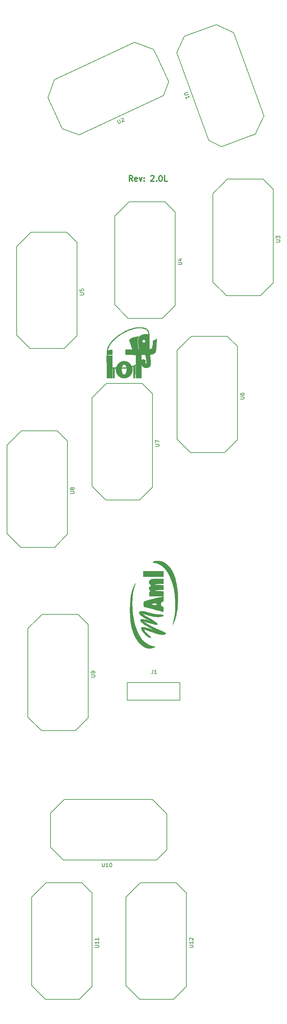
<source format=gbr>
G04 #@! TF.FileFunction,Legend,Top*
%FSLAX46Y46*%
G04 Gerber Fmt 4.6, Leading zero omitted, Abs format (unit mm)*
G04 Created by KiCad (PCBNEW 4.0.6) date 04/30/18 02:02:33*
%MOMM*%
%LPD*%
G01*
G04 APERTURE LIST*
%ADD10C,0.100000*%
%ADD11C,0.300000*%
%ADD12C,0.150000*%
%ADD13C,0.010000*%
G04 APERTURE END LIST*
D10*
D11*
X64328572Y-75153571D02*
X63828572Y-74439286D01*
X63471429Y-75153571D02*
X63471429Y-73653571D01*
X64042857Y-73653571D01*
X64185715Y-73725000D01*
X64257143Y-73796429D01*
X64328572Y-73939286D01*
X64328572Y-74153571D01*
X64257143Y-74296429D01*
X64185715Y-74367857D01*
X64042857Y-74439286D01*
X63471429Y-74439286D01*
X65542857Y-75082143D02*
X65400000Y-75153571D01*
X65114286Y-75153571D01*
X64971429Y-75082143D01*
X64900000Y-74939286D01*
X64900000Y-74367857D01*
X64971429Y-74225000D01*
X65114286Y-74153571D01*
X65400000Y-74153571D01*
X65542857Y-74225000D01*
X65614286Y-74367857D01*
X65614286Y-74510714D01*
X64900000Y-74653571D01*
X66114286Y-74153571D02*
X66471429Y-75153571D01*
X66828571Y-74153571D01*
X67400000Y-75010714D02*
X67471428Y-75082143D01*
X67400000Y-75153571D01*
X67328571Y-75082143D01*
X67400000Y-75010714D01*
X67400000Y-75153571D01*
X67400000Y-74225000D02*
X67471428Y-74296429D01*
X67400000Y-74367857D01*
X67328571Y-74296429D01*
X67400000Y-74225000D01*
X67400000Y-74367857D01*
X69185714Y-73796429D02*
X69257143Y-73725000D01*
X69400000Y-73653571D01*
X69757143Y-73653571D01*
X69900000Y-73725000D01*
X69971429Y-73796429D01*
X70042857Y-73939286D01*
X70042857Y-74082143D01*
X69971429Y-74296429D01*
X69114286Y-75153571D01*
X70042857Y-75153571D01*
X70685714Y-75010714D02*
X70757142Y-75082143D01*
X70685714Y-75153571D01*
X70614285Y-75082143D01*
X70685714Y-75010714D01*
X70685714Y-75153571D01*
X71685714Y-73653571D02*
X71828571Y-73653571D01*
X71971428Y-73725000D01*
X72042857Y-73796429D01*
X72114286Y-73939286D01*
X72185714Y-74225000D01*
X72185714Y-74582143D01*
X72114286Y-74867857D01*
X72042857Y-75010714D01*
X71971428Y-75082143D01*
X71828571Y-75153571D01*
X71685714Y-75153571D01*
X71542857Y-75082143D01*
X71471428Y-75010714D01*
X71400000Y-74867857D01*
X71328571Y-74582143D01*
X71328571Y-74225000D01*
X71400000Y-73939286D01*
X71471428Y-73796429D01*
X71542857Y-73725000D01*
X71685714Y-73653571D01*
X73542857Y-75153571D02*
X72828571Y-75153571D01*
X72828571Y-73653571D01*
D12*
X99125023Y-57861299D02*
X97571075Y-61193752D01*
X97571075Y-61193752D02*
X96853868Y-62731807D01*
X96853868Y-62731807D02*
X95632268Y-63176434D01*
X95632268Y-63176434D02*
X87926788Y-65980999D01*
X78050353Y-36799052D02*
X76018266Y-41156875D01*
X76018266Y-41156875D02*
X84466164Y-64367283D01*
X84466164Y-64367283D02*
X87926788Y-65980999D01*
X99125023Y-57861299D02*
X91121752Y-35872491D01*
X91121752Y-35872491D02*
X86507586Y-33720871D01*
X86507586Y-33720871D02*
X78050353Y-36799052D01*
X76900000Y-212000000D02*
X76900000Y-212350000D01*
X76900000Y-212350000D02*
X75900000Y-212350000D01*
X75900000Y-207650000D02*
X76900000Y-207650000D01*
X76900000Y-207650000D02*
X76900000Y-208000000D01*
X76900000Y-208000000D02*
X76900000Y-212000000D01*
X62900000Y-212000000D02*
X62900000Y-212350000D01*
X62900000Y-212350000D02*
X63700000Y-212350000D01*
X63700000Y-212350000D02*
X75900000Y-212350000D01*
X62900000Y-208000000D02*
X62900000Y-207650000D01*
X62900000Y-207650000D02*
X75900000Y-207650000D01*
X62900000Y-208000000D02*
X62900000Y-212000000D01*
X64827813Y-38406179D02*
X68283020Y-39663772D01*
X68283020Y-39663772D02*
X69877732Y-40244199D01*
X69877732Y-40244199D02*
X70427135Y-41422399D01*
X70427135Y-41422399D02*
X73892605Y-48854123D01*
X45682492Y-61236350D02*
X50200841Y-62880895D01*
X50200841Y-62880895D02*
X72586643Y-52442224D01*
X72586643Y-52442224D02*
X73892605Y-48854123D01*
X64827813Y-38406179D02*
X43620210Y-48295446D01*
X43620210Y-48295446D02*
X41878928Y-53079580D01*
X41878928Y-53079580D02*
X45682492Y-61236350D01*
X85600000Y-78400000D02*
X88200000Y-75800000D01*
X88200000Y-75800000D02*
X89400000Y-74600000D01*
X89400000Y-74600000D02*
X90700000Y-74600000D01*
X90700000Y-74600000D02*
X98900000Y-74600000D01*
X98200000Y-105400000D02*
X101600000Y-102000000D01*
X101600000Y-102000000D02*
X101600000Y-77300000D01*
X101600000Y-77300000D02*
X98900000Y-74600000D01*
X85600000Y-78400000D02*
X85600000Y-101800000D01*
X85600000Y-101800000D02*
X89200000Y-105400000D01*
X89200000Y-105400000D02*
X98200000Y-105400000D01*
X59600000Y-84400000D02*
X62200000Y-81800000D01*
X62200000Y-81800000D02*
X63400000Y-80600000D01*
X63400000Y-80600000D02*
X64700000Y-80600000D01*
X64700000Y-80600000D02*
X72900000Y-80600000D01*
X72200000Y-111400000D02*
X75600000Y-108000000D01*
X75600000Y-108000000D02*
X75600000Y-83300000D01*
X75600000Y-83300000D02*
X72900000Y-80600000D01*
X59600000Y-84400000D02*
X59600000Y-107800000D01*
X59600000Y-107800000D02*
X63200000Y-111400000D01*
X63200000Y-111400000D02*
X72200000Y-111400000D01*
X33600000Y-92400000D02*
X36200000Y-89800000D01*
X36200000Y-89800000D02*
X37400000Y-88600000D01*
X37400000Y-88600000D02*
X38700000Y-88600000D01*
X38700000Y-88600000D02*
X46900000Y-88600000D01*
X46200000Y-119400000D02*
X49600000Y-116000000D01*
X49600000Y-116000000D02*
X49600000Y-91300000D01*
X49600000Y-91300000D02*
X46900000Y-88600000D01*
X33600000Y-92400000D02*
X33600000Y-115800000D01*
X33600000Y-115800000D02*
X37200000Y-119400000D01*
X37200000Y-119400000D02*
X46200000Y-119400000D01*
X76100000Y-119900000D02*
X78700000Y-117300000D01*
X78700000Y-117300000D02*
X79900000Y-116100000D01*
X79900000Y-116100000D02*
X81200000Y-116100000D01*
X81200000Y-116100000D02*
X89400000Y-116100000D01*
X88700000Y-146900000D02*
X92100000Y-143500000D01*
X92100000Y-143500000D02*
X92100000Y-118800000D01*
X92100000Y-118800000D02*
X89400000Y-116100000D01*
X76100000Y-119900000D02*
X76100000Y-143300000D01*
X76100000Y-143300000D02*
X79700000Y-146900000D01*
X79700000Y-146900000D02*
X88700000Y-146900000D01*
X53600000Y-132400000D02*
X56200000Y-129800000D01*
X56200000Y-129800000D02*
X57400000Y-128600000D01*
X57400000Y-128600000D02*
X58700000Y-128600000D01*
X58700000Y-128600000D02*
X66900000Y-128600000D01*
X66200000Y-159400000D02*
X69600000Y-156000000D01*
X69600000Y-156000000D02*
X69600000Y-131300000D01*
X69600000Y-131300000D02*
X66900000Y-128600000D01*
X53600000Y-132400000D02*
X53600000Y-155800000D01*
X53600000Y-155800000D02*
X57200000Y-159400000D01*
X57200000Y-159400000D02*
X66200000Y-159400000D01*
X31100000Y-144900000D02*
X33700000Y-142300000D01*
X33700000Y-142300000D02*
X34900000Y-141100000D01*
X34900000Y-141100000D02*
X36200000Y-141100000D01*
X36200000Y-141100000D02*
X44400000Y-141100000D01*
X43700000Y-171900000D02*
X47100000Y-168500000D01*
X47100000Y-168500000D02*
X47100000Y-143800000D01*
X47100000Y-143800000D02*
X44400000Y-141100000D01*
X31100000Y-144900000D02*
X31100000Y-168300000D01*
X31100000Y-168300000D02*
X34700000Y-171900000D01*
X34700000Y-171900000D02*
X43700000Y-171900000D01*
X36600000Y-193400000D02*
X39200000Y-190800000D01*
X39200000Y-190800000D02*
X40400000Y-189600000D01*
X40400000Y-189600000D02*
X41700000Y-189600000D01*
X41700000Y-189600000D02*
X49900000Y-189600000D01*
X49200000Y-220400000D02*
X52600000Y-217000000D01*
X52600000Y-217000000D02*
X52600000Y-192300000D01*
X52600000Y-192300000D02*
X49900000Y-189600000D01*
X36600000Y-193400000D02*
X36600000Y-216800000D01*
X36600000Y-216800000D02*
X40200000Y-220400000D01*
X40200000Y-220400000D02*
X49200000Y-220400000D01*
X69600000Y-238600000D02*
X72200000Y-241200000D01*
X72200000Y-241200000D02*
X73400000Y-242400000D01*
X73400000Y-242400000D02*
X73400000Y-243700000D01*
X73400000Y-243700000D02*
X73400000Y-251900000D01*
X42600000Y-251200000D02*
X46000000Y-254600000D01*
X46000000Y-254600000D02*
X70700000Y-254600000D01*
X70700000Y-254600000D02*
X73400000Y-251900000D01*
X69600000Y-238600000D02*
X46200000Y-238600000D01*
X46200000Y-238600000D02*
X42600000Y-242200000D01*
X42600000Y-242200000D02*
X42600000Y-251200000D01*
X37600000Y-264400000D02*
X40200000Y-261800000D01*
X40200000Y-261800000D02*
X41400000Y-260600000D01*
X41400000Y-260600000D02*
X42700000Y-260600000D01*
X42700000Y-260600000D02*
X50900000Y-260600000D01*
X50200000Y-291400000D02*
X53600000Y-288000000D01*
X53600000Y-288000000D02*
X53600000Y-263300000D01*
X53600000Y-263300000D02*
X50900000Y-260600000D01*
X37600000Y-264400000D02*
X37600000Y-287800000D01*
X37600000Y-287800000D02*
X41200000Y-291400000D01*
X41200000Y-291400000D02*
X50200000Y-291400000D01*
X62600000Y-264400000D02*
X65200000Y-261800000D01*
X65200000Y-261800000D02*
X66400000Y-260600000D01*
X66400000Y-260600000D02*
X67700000Y-260600000D01*
X67700000Y-260600000D02*
X75900000Y-260600000D01*
X75200000Y-291400000D02*
X78600000Y-288000000D01*
X78600000Y-288000000D02*
X78600000Y-263300000D01*
X78600000Y-263300000D02*
X75900000Y-260600000D01*
X62600000Y-264400000D02*
X62600000Y-287800000D01*
X62600000Y-287800000D02*
X66200000Y-291400000D01*
X66200000Y-291400000D02*
X75200000Y-291400000D01*
D13*
G36*
X66202347Y-113733686D02*
X66357972Y-113737883D01*
X66511381Y-113744818D01*
X66659841Y-113754432D01*
X66800620Y-113766666D01*
X66930986Y-113781460D01*
X66981486Y-113788351D01*
X67173005Y-113821230D01*
X67353114Y-113863035D01*
X67521893Y-113913824D01*
X67679423Y-113973653D01*
X67825782Y-114042579D01*
X67961050Y-114120660D01*
X68085306Y-114207952D01*
X68198632Y-114304513D01*
X68301105Y-114410399D01*
X68392805Y-114525668D01*
X68473813Y-114650376D01*
X68544208Y-114784580D01*
X68604069Y-114928338D01*
X68614398Y-114957135D01*
X68651300Y-115077726D01*
X68681783Y-115209260D01*
X68705531Y-115349511D01*
X68722229Y-115496253D01*
X68731559Y-115647260D01*
X68733286Y-115794543D01*
X68733235Y-115856641D01*
X68734886Y-115904448D01*
X68738237Y-115937916D01*
X68740855Y-115950377D01*
X68744534Y-115966134D01*
X68747345Y-115985185D01*
X68749287Y-116008865D01*
X68750363Y-116038509D01*
X68750575Y-116075454D01*
X68749923Y-116121034D01*
X68748410Y-116176586D01*
X68746037Y-116243444D01*
X68742805Y-116322946D01*
X68741343Y-116356971D01*
X68739667Y-116398882D01*
X68738161Y-116444089D01*
X68736818Y-116493429D01*
X68735630Y-116547740D01*
X68734590Y-116607858D01*
X68733691Y-116674620D01*
X68732927Y-116748864D01*
X68732290Y-116831427D01*
X68731773Y-116923146D01*
X68731369Y-117024857D01*
X68731071Y-117137399D01*
X68730872Y-117261608D01*
X68730765Y-117398322D01*
X68730742Y-117548376D01*
X68730756Y-117612457D01*
X68730875Y-117741646D01*
X68731152Y-117872178D01*
X68731577Y-118003241D01*
X68732139Y-118134023D01*
X68732830Y-118263710D01*
X68733641Y-118391490D01*
X68734561Y-118516552D01*
X68735582Y-118638082D01*
X68736694Y-118755267D01*
X68737887Y-118867296D01*
X68739153Y-118973356D01*
X68740481Y-119072634D01*
X68741862Y-119164318D01*
X68743287Y-119247595D01*
X68744747Y-119321653D01*
X68746232Y-119385680D01*
X68747732Y-119438862D01*
X68749238Y-119480387D01*
X68750741Y-119509444D01*
X68752231Y-119525218D01*
X68752993Y-119527898D01*
X68762680Y-119529050D01*
X68784158Y-119526705D01*
X68815270Y-119521373D01*
X68853856Y-119513566D01*
X68897759Y-119503793D01*
X68944820Y-119492566D01*
X68992881Y-119480396D01*
X69039784Y-119467794D01*
X69083370Y-119455270D01*
X69121482Y-119443336D01*
X69145252Y-119435050D01*
X69241413Y-119394391D01*
X69326221Y-119348120D01*
X69399086Y-119296689D01*
X69459418Y-119240552D01*
X69506625Y-119180161D01*
X69528972Y-119140923D01*
X69554429Y-119089286D01*
X69644934Y-118153114D01*
X69656072Y-118037815D01*
X69666817Y-117926405D01*
X69677086Y-117819748D01*
X69686798Y-117718709D01*
X69695869Y-117624153D01*
X69704217Y-117536945D01*
X69711760Y-117457950D01*
X69718414Y-117388032D01*
X69724097Y-117328057D01*
X69728728Y-117278890D01*
X69732222Y-117241395D01*
X69734498Y-117216437D01*
X69735474Y-117204882D01*
X69735505Y-117204243D01*
X69736847Y-117198923D01*
X69742360Y-117195325D01*
X69754372Y-117193120D01*
X69775211Y-117191979D01*
X69807206Y-117191573D01*
X69825484Y-117191543D01*
X69910197Y-117187950D01*
X69991170Y-117176729D01*
X70069861Y-117157216D01*
X70147724Y-117128747D01*
X70226214Y-117090660D01*
X70306787Y-117042290D01*
X70390899Y-116982974D01*
X70480005Y-116912049D01*
X70527567Y-116871430D01*
X70577714Y-116828301D01*
X70618323Y-116795235D01*
X70650374Y-116772290D01*
X70674850Y-116759528D01*
X70692729Y-116757008D01*
X70704992Y-116764791D01*
X70712621Y-116782938D01*
X70716594Y-116811508D01*
X70717894Y-116850561D01*
X70717751Y-116883114D01*
X70717108Y-116898462D01*
X70715423Y-116927416D01*
X70712761Y-116969110D01*
X70709187Y-117022679D01*
X70704764Y-117087256D01*
X70699558Y-117161975D01*
X70693632Y-117245971D01*
X70687051Y-117338377D01*
X70679878Y-117438328D01*
X70672179Y-117544957D01*
X70664018Y-117657399D01*
X70655458Y-117774788D01*
X70646565Y-117896258D01*
X70637402Y-118020943D01*
X70628034Y-118147976D01*
X70618524Y-118276493D01*
X70608939Y-118405626D01*
X70599341Y-118534511D01*
X70589794Y-118662280D01*
X70580364Y-118788069D01*
X70571115Y-118911011D01*
X70562111Y-119030241D01*
X70553415Y-119144891D01*
X70545093Y-119254098D01*
X70537209Y-119356993D01*
X70529827Y-119452712D01*
X70523011Y-119540389D01*
X70516826Y-119619158D01*
X70511336Y-119688152D01*
X70506605Y-119746505D01*
X70502697Y-119793353D01*
X70499678Y-119827828D01*
X70497610Y-119849066D01*
X70497359Y-119851286D01*
X70479295Y-119969479D01*
X70453648Y-120077703D01*
X70419629Y-120178810D01*
X70385235Y-120257788D01*
X70334214Y-120350148D01*
X70273367Y-120435141D01*
X70202254Y-120513049D01*
X70120434Y-120584156D01*
X70027466Y-120648744D01*
X69922910Y-120707098D01*
X69806325Y-120759500D01*
X69677271Y-120806233D01*
X69535307Y-120847580D01*
X69427058Y-120873684D01*
X69358882Y-120887997D01*
X69280925Y-120902902D01*
X69197852Y-120917600D01*
X69114330Y-120931289D01*
X69035024Y-120943170D01*
X68975386Y-120951129D01*
X68936474Y-120956824D01*
X68911745Y-120962497D01*
X68901349Y-120968110D01*
X68901000Y-120969330D01*
X68901798Y-120977537D01*
X68904128Y-120999292D01*
X68907892Y-121033721D01*
X68912991Y-121079948D01*
X68919330Y-121137100D01*
X68926809Y-121204302D01*
X68935332Y-121280680D01*
X68944801Y-121365358D01*
X68955119Y-121457463D01*
X68966187Y-121556119D01*
X68977908Y-121660453D01*
X68990184Y-121769589D01*
X69002704Y-121880742D01*
X69019225Y-122027346D01*
X69034201Y-122160315D01*
X69047706Y-122280437D01*
X69059817Y-122388500D01*
X69070610Y-122485292D01*
X69080160Y-122571603D01*
X69088544Y-122648219D01*
X69095837Y-122715929D01*
X69102115Y-122775521D01*
X69107456Y-122827784D01*
X69111933Y-122873505D01*
X69115624Y-122913473D01*
X69118604Y-122948477D01*
X69120949Y-122979303D01*
X69122736Y-123006741D01*
X69124039Y-123031578D01*
X69124936Y-123054603D01*
X69125502Y-123076605D01*
X69125812Y-123098370D01*
X69125944Y-123120688D01*
X69125972Y-123144346D01*
X69125972Y-123159938D01*
X69121499Y-123312157D01*
X69107987Y-123453340D01*
X69085291Y-123583917D01*
X69053270Y-123704322D01*
X69011781Y-123814983D01*
X68960679Y-123916335D01*
X68899824Y-124008806D01*
X68829071Y-124092830D01*
X68810762Y-124111625D01*
X68730275Y-124183400D01*
X68641660Y-124245811D01*
X68544308Y-124299084D01*
X68437614Y-124343447D01*
X68320970Y-124379125D01*
X68193768Y-124406345D01*
X68055403Y-124425334D01*
X67946686Y-124434148D01*
X67799657Y-124437603D01*
X67661756Y-124429804D01*
X67532907Y-124410719D01*
X67413032Y-124380316D01*
X67302056Y-124338562D01*
X67199901Y-124285426D01*
X67106492Y-124220876D01*
X67021751Y-124144880D01*
X66945603Y-124057406D01*
X66903407Y-123998500D01*
X66853966Y-123918307D01*
X66810329Y-123834521D01*
X66772103Y-123745766D01*
X66738895Y-123650667D01*
X66710311Y-123547850D01*
X66685958Y-123435940D01*
X66665441Y-123313562D01*
X66648368Y-123179342D01*
X66637564Y-123069828D01*
X66635746Y-123051310D01*
X66634291Y-123042028D01*
X66633151Y-123042801D01*
X66632280Y-123054446D01*
X66631631Y-123077781D01*
X66631156Y-123113626D01*
X66630809Y-123162797D01*
X66630681Y-123189571D01*
X66629447Y-123477952D01*
X66628269Y-123752157D01*
X66627145Y-124012526D01*
X66626074Y-124259398D01*
X66625054Y-124493111D01*
X66624083Y-124714006D01*
X66623159Y-124922421D01*
X66622281Y-125118694D01*
X66621447Y-125303166D01*
X66620654Y-125476174D01*
X66619902Y-125638058D01*
X66619189Y-125789158D01*
X66618512Y-125929811D01*
X66617870Y-126060357D01*
X66617261Y-126181136D01*
X66616684Y-126292485D01*
X66616136Y-126394745D01*
X66615616Y-126488253D01*
X66615121Y-126573350D01*
X66614652Y-126650373D01*
X66614204Y-126719663D01*
X66613778Y-126781558D01*
X66613370Y-126836397D01*
X66612979Y-126884519D01*
X66612604Y-126926264D01*
X66612242Y-126961969D01*
X66611892Y-126991975D01*
X66611553Y-127016620D01*
X66611221Y-127036243D01*
X66610896Y-127051183D01*
X66610576Y-127061780D01*
X66610358Y-127066700D01*
X66606346Y-127141086D01*
X66092968Y-127141086D01*
X66001021Y-127141014D01*
X65908078Y-127140807D01*
X65816000Y-127140477D01*
X65726652Y-127140036D01*
X65641897Y-127139497D01*
X65563596Y-127138872D01*
X65493614Y-127138173D01*
X65433812Y-127137413D01*
X65386054Y-127136604D01*
X65373395Y-127136331D01*
X65167200Y-127131577D01*
X65169500Y-126474117D01*
X65169749Y-126383320D01*
X65169912Y-126279660D01*
X65169992Y-126164786D01*
X65169990Y-126040350D01*
X65169910Y-125908002D01*
X65169754Y-125769392D01*
X65169524Y-125626171D01*
X65169225Y-125479990D01*
X65168857Y-125332499D01*
X65168424Y-125185347D01*
X65167928Y-125040187D01*
X65167372Y-124898668D01*
X65166796Y-124770048D01*
X65161791Y-123723439D01*
X65110067Y-123766508D01*
X65082483Y-123789662D01*
X65054910Y-123813115D01*
X65032237Y-123832701D01*
X65027313Y-123837031D01*
X64996282Y-123864486D01*
X64989331Y-125261486D01*
X64988614Y-125406717D01*
X64987916Y-125550294D01*
X64987241Y-125691349D01*
X64986593Y-125829013D01*
X64985975Y-125962420D01*
X64985391Y-126090699D01*
X64984845Y-126212984D01*
X64984341Y-126328406D01*
X64983883Y-126436097D01*
X64983473Y-126535189D01*
X64983117Y-126624813D01*
X64982817Y-126704102D01*
X64982578Y-126772187D01*
X64982403Y-126828200D01*
X64982296Y-126871273D01*
X64982261Y-126896157D01*
X64982143Y-127133828D01*
X64503172Y-127133828D01*
X64503172Y-125631600D01*
X64503159Y-125485050D01*
X64503124Y-125342401D01*
X64503065Y-125204328D01*
X64502986Y-125071506D01*
X64502886Y-124944611D01*
X64502767Y-124824318D01*
X64502630Y-124711302D01*
X64502476Y-124606239D01*
X64502307Y-124509803D01*
X64502124Y-124422670D01*
X64501927Y-124345516D01*
X64501718Y-124279016D01*
X64501498Y-124223845D01*
X64501269Y-124180678D01*
X64501030Y-124150190D01*
X64500785Y-124133058D01*
X64500604Y-124129371D01*
X64493310Y-124131820D01*
X64474762Y-124138597D01*
X64447267Y-124148843D01*
X64413126Y-124161703D01*
X64386304Y-124171879D01*
X64344000Y-124187790D01*
X64302002Y-124203265D01*
X64264116Y-124216922D01*
X64234149Y-124227380D01*
X64223772Y-124230834D01*
X64198192Y-124239557D01*
X64178110Y-124247220D01*
X64167506Y-124252294D01*
X64167107Y-124252611D01*
X64166816Y-124261081D01*
X64169710Y-124281177D01*
X64175332Y-124310476D01*
X64183228Y-124346552D01*
X64190442Y-124376899D01*
X64207403Y-124448262D01*
X64221044Y-124511722D01*
X64231708Y-124570331D01*
X64239739Y-124627137D01*
X64245480Y-124685192D01*
X64249275Y-124747546D01*
X64251467Y-124817249D01*
X64252401Y-124897352D01*
X64252493Y-124927657D01*
X64252477Y-124993405D01*
X64252143Y-125047128D01*
X64251367Y-125091313D01*
X64250023Y-125128447D01*
X64247985Y-125161019D01*
X64245127Y-125191516D01*
X64241325Y-125222426D01*
X64236453Y-125256236D01*
X64235657Y-125261486D01*
X64200789Y-125443964D01*
X64152752Y-125620444D01*
X64091612Y-125790772D01*
X64017438Y-125954795D01*
X63930298Y-126112360D01*
X63830258Y-126263316D01*
X63739456Y-126381078D01*
X63704764Y-126421082D01*
X63661903Y-126467133D01*
X63613625Y-126516546D01*
X63562680Y-126566636D01*
X63511819Y-126614716D01*
X63463794Y-126658103D01*
X63421356Y-126694111D01*
X63407343Y-126705241D01*
X63259893Y-126810787D01*
X63107369Y-126902736D01*
X62949746Y-126981095D01*
X62787002Y-127045874D01*
X62619113Y-127097083D01*
X62446055Y-127134730D01*
X62267806Y-127158825D01*
X62224792Y-127162550D01*
X62145665Y-127167045D01*
X62064738Y-127168686D01*
X61988224Y-127167410D01*
X61948657Y-127165332D01*
X61774024Y-127147349D01*
X61606983Y-127117730D01*
X61445884Y-127076024D01*
X61289073Y-127021783D01*
X61134898Y-126954557D01*
X61088686Y-126931676D01*
X61020938Y-126895109D01*
X60947917Y-126852036D01*
X60873753Y-126805113D01*
X60802571Y-126756999D01*
X60738502Y-126710350D01*
X60708922Y-126687195D01*
X60585031Y-126578426D01*
X60467753Y-126457919D01*
X60358550Y-126327503D01*
X60258887Y-126189013D01*
X60170230Y-126044279D01*
X60121578Y-125952506D01*
X60061389Y-125823492D01*
X60011047Y-125696460D01*
X59969495Y-125567946D01*
X59935674Y-125434487D01*
X59908527Y-125292619D01*
X59897194Y-125217943D01*
X59892751Y-125176228D01*
X59889272Y-125123333D01*
X59886764Y-125062159D01*
X59885232Y-124995603D01*
X59884681Y-124926563D01*
X59884767Y-124913027D01*
X61399083Y-124913027D01*
X61399925Y-124956686D01*
X61408262Y-125103496D01*
X61423626Y-125244485D01*
X61445705Y-125378963D01*
X61474184Y-125506243D01*
X61508750Y-125625636D01*
X61549088Y-125736453D01*
X61594886Y-125838007D01*
X61645830Y-125929609D01*
X61701607Y-126010570D01*
X61761901Y-126080203D01*
X61826401Y-126137820D01*
X61894791Y-126182731D01*
X61966760Y-126214249D01*
X61974057Y-126216612D01*
X62004561Y-126222668D01*
X62043961Y-126225625D01*
X62086982Y-126225523D01*
X62128351Y-126222400D01*
X62162793Y-126216296D01*
X62166869Y-126215175D01*
X62230018Y-126189722D01*
X62292801Y-126150867D01*
X62354124Y-126099707D01*
X62412891Y-126037336D01*
X62468006Y-125964848D01*
X62518374Y-125883338D01*
X62540170Y-125842075D01*
X62589340Y-125733861D01*
X62631460Y-125618966D01*
X62667008Y-125495713D01*
X62696459Y-125362424D01*
X62720290Y-125217423D01*
X62722824Y-125198940D01*
X62726969Y-125160162D01*
X62730294Y-125112961D01*
X62732821Y-125059158D01*
X62734567Y-125000573D01*
X62735555Y-124939025D01*
X62735804Y-124876334D01*
X62735334Y-124814320D01*
X62734165Y-124754803D01*
X62732318Y-124699604D01*
X62729812Y-124650542D01*
X62726668Y-124609437D01*
X62722907Y-124578108D01*
X62718547Y-124558377D01*
X62715668Y-124552877D01*
X62707638Y-124552355D01*
X62687605Y-124553118D01*
X62658010Y-124555015D01*
X62621291Y-124557894D01*
X62589851Y-124560672D01*
X62475214Y-124570757D01*
X62364503Y-124579386D01*
X62254903Y-124586704D01*
X62143600Y-124592859D01*
X62027778Y-124597998D01*
X61904623Y-124602268D01*
X61771319Y-124605816D01*
X61692936Y-124607507D01*
X61631297Y-124608848D01*
X61574282Y-124610294D01*
X61523506Y-124611787D01*
X61480582Y-124613272D01*
X61447126Y-124614691D01*
X61424751Y-124615989D01*
X61415071Y-124617108D01*
X61414833Y-124617234D01*
X61411605Y-124627385D01*
X61408536Y-124649767D01*
X61405726Y-124682096D01*
X61403277Y-124722089D01*
X61401287Y-124767462D01*
X61399858Y-124815931D01*
X61399090Y-124865214D01*
X61399083Y-124913027D01*
X59884767Y-124913027D01*
X59885117Y-124857939D01*
X59886545Y-124792627D01*
X59888971Y-124733529D01*
X59892400Y-124683540D01*
X59896118Y-124650308D01*
X59906308Y-124579788D01*
X59887897Y-124576233D01*
X59875484Y-124574994D01*
X59850911Y-124573494D01*
X59816529Y-124571840D01*
X59774686Y-124570140D01*
X59727734Y-124568504D01*
X59704386Y-124567782D01*
X59539286Y-124562886D01*
X59539286Y-127119314D01*
X59118412Y-127119314D01*
X59116577Y-125825728D01*
X59114743Y-124532143D01*
X59029333Y-124525629D01*
X58995778Y-124523317D01*
X58967921Y-124521866D01*
X58948705Y-124521395D01*
X58941095Y-124522001D01*
X58940768Y-124529443D01*
X58940394Y-124550670D01*
X58939976Y-124584954D01*
X58939519Y-124631566D01*
X58939027Y-124689776D01*
X58938506Y-124758856D01*
X58937959Y-124838077D01*
X58937391Y-124926711D01*
X58936807Y-125024027D01*
X58936212Y-125129299D01*
X58935610Y-125241795D01*
X58935005Y-125360789D01*
X58934402Y-125485550D01*
X58933806Y-125615350D01*
X58933222Y-125749461D01*
X58932918Y-125822100D01*
X58927569Y-127119314D01*
X57478257Y-127119314D01*
X57478183Y-125375786D01*
X57478168Y-125185565D01*
X57478139Y-125009201D01*
X57478090Y-124846035D01*
X57478017Y-124695412D01*
X57477915Y-124556671D01*
X57477780Y-124429157D01*
X57477720Y-124387830D01*
X61447915Y-124387830D01*
X61447915Y-124406180D01*
X61638415Y-124401751D01*
X61702665Y-124400110D01*
X61774097Y-124398038D01*
X61847697Y-124395696D01*
X61918455Y-124393247D01*
X61981359Y-124390851D01*
X61999457Y-124390104D01*
X62069127Y-124386919D01*
X62141379Y-124383186D01*
X62214697Y-124379018D01*
X62287569Y-124374526D01*
X62358479Y-124369825D01*
X62425914Y-124365027D01*
X62488359Y-124360244D01*
X62544300Y-124355590D01*
X62592224Y-124351177D01*
X62630616Y-124347119D01*
X62657961Y-124343528D01*
X62672746Y-124340517D01*
X62674422Y-124339797D01*
X62676861Y-124330156D01*
X62674397Y-124308277D01*
X62667340Y-124275467D01*
X62656003Y-124233035D01*
X62640696Y-124182287D01*
X62626574Y-124138884D01*
X62585670Y-124029405D01*
X62539736Y-123929764D01*
X62489279Y-123840460D01*
X62434807Y-123761991D01*
X62376826Y-123694853D01*
X62315844Y-123639545D01*
X62252368Y-123596564D01*
X62186906Y-123566408D01*
X62119966Y-123549574D01*
X62052053Y-123546561D01*
X62025422Y-123549238D01*
X61962368Y-123563027D01*
X61903757Y-123586523D01*
X61847420Y-123620955D01*
X61791190Y-123667551D01*
X61757069Y-123701368D01*
X61689908Y-123781429D01*
X61628972Y-123874431D01*
X61574372Y-123980151D01*
X61526219Y-124098368D01*
X61484622Y-124228859D01*
X61472756Y-124273012D01*
X61463574Y-124309973D01*
X61455925Y-124343254D01*
X61450503Y-124369644D01*
X61448003Y-124385931D01*
X61447915Y-124387830D01*
X57477720Y-124387830D01*
X57477608Y-124312211D01*
X57477394Y-124205176D01*
X57477133Y-124107394D01*
X57476822Y-124018208D01*
X57476454Y-123936959D01*
X57476027Y-123862990D01*
X57475536Y-123795643D01*
X57474976Y-123734262D01*
X57474342Y-123678187D01*
X57473630Y-123626762D01*
X57472836Y-123579329D01*
X57471955Y-123535230D01*
X57470982Y-123493808D01*
X57469914Y-123454404D01*
X57468745Y-123416362D01*
X57467472Y-123379023D01*
X57466089Y-123341730D01*
X57464592Y-123303825D01*
X57463928Y-123287543D01*
X57448282Y-122830137D01*
X57439280Y-122380750D01*
X57436910Y-121940129D01*
X57441160Y-121509018D01*
X57449015Y-121204663D01*
X57659686Y-121204663D01*
X58292872Y-121206517D01*
X58926057Y-121208371D01*
X58927888Y-122766843D01*
X58928101Y-122944159D01*
X58928308Y-123107531D01*
X58928516Y-123257527D01*
X58928730Y-123394717D01*
X58928955Y-123519669D01*
X58929195Y-123632954D01*
X58929458Y-123735140D01*
X58929747Y-123826796D01*
X58930069Y-123908493D01*
X58930428Y-123980799D01*
X58930829Y-124044284D01*
X58931279Y-124099516D01*
X58931783Y-124147066D01*
X58932344Y-124187502D01*
X58932970Y-124221393D01*
X58933666Y-124249310D01*
X58934435Y-124271821D01*
X58935285Y-124289495D01*
X58936220Y-124302903D01*
X58937245Y-124312612D01*
X58938366Y-124319193D01*
X58939588Y-124323215D01*
X58940917Y-124325246D01*
X58942357Y-124325857D01*
X58942403Y-124325860D01*
X58951733Y-124326276D01*
X58974284Y-124327289D01*
X59008776Y-124328841D01*
X59053933Y-124330875D01*
X59108473Y-124333333D01*
X59171119Y-124336157D01*
X59240592Y-124339290D01*
X59315614Y-124342674D01*
X59394904Y-124346251D01*
X59405029Y-124346708D01*
X59485990Y-124350340D01*
X59563798Y-124353791D01*
X59637044Y-124357001D01*
X59704316Y-124359909D01*
X59764205Y-124362457D01*
X59815302Y-124364583D01*
X59856194Y-124366228D01*
X59885474Y-124367332D01*
X59901729Y-124367835D01*
X59902143Y-124367842D01*
X59949315Y-124368675D01*
X59973374Y-124283494D01*
X60022540Y-124133836D01*
X60084933Y-123984644D01*
X60159351Y-123837916D01*
X60244587Y-123695654D01*
X60339438Y-123559855D01*
X60442699Y-123432520D01*
X60553164Y-123315646D01*
X60561351Y-123307701D01*
X60695537Y-123188053D01*
X60836987Y-123080946D01*
X60985482Y-122986487D01*
X61140802Y-122904779D01*
X61302725Y-122835930D01*
X61471033Y-122780044D01*
X61645506Y-122737227D01*
X61807143Y-122710017D01*
X61865022Y-122704072D01*
X61933491Y-122699933D01*
X62008737Y-122697602D01*
X62086948Y-122697082D01*
X62164311Y-122698376D01*
X62237014Y-122701487D01*
X62301244Y-122706416D01*
X62329657Y-122709651D01*
X62509276Y-122740007D01*
X62682481Y-122783342D01*
X62849156Y-122839600D01*
X63009186Y-122908725D01*
X63162455Y-122990662D01*
X63308848Y-123085356D01*
X63448249Y-123192750D01*
X63575688Y-123308038D01*
X63690489Y-123427261D01*
X63792551Y-123548918D01*
X63883650Y-123675481D01*
X63965563Y-123809423D01*
X64040064Y-123953217D01*
X64042107Y-123957507D01*
X64089200Y-124056616D01*
X64192772Y-124020204D01*
X64356104Y-123959530D01*
X64519961Y-123892405D01*
X64681137Y-123820304D01*
X64836426Y-123744703D01*
X64982625Y-123667079D01*
X65076486Y-123613135D01*
X65167200Y-123559146D01*
X65171542Y-123015130D01*
X65172236Y-122923871D01*
X65172965Y-122820319D01*
X65173715Y-122706693D01*
X65174473Y-122585215D01*
X65175227Y-122458106D01*
X65175964Y-122327586D01*
X65176672Y-122195875D01*
X65177338Y-122065194D01*
X65177661Y-121997711D01*
X66636772Y-121997711D01*
X66636772Y-122439960D01*
X66661927Y-122417874D01*
X66718383Y-122374526D01*
X66785105Y-122333580D01*
X66857847Y-122297226D01*
X66932362Y-122267656D01*
X66983102Y-122252218D01*
X67019677Y-122243496D01*
X67053144Y-122237821D01*
X67088792Y-122234579D01*
X67131912Y-122233153D01*
X67148400Y-122232978D01*
X67249510Y-122238207D01*
X67343792Y-122255725D01*
X67432985Y-122286105D01*
X67518829Y-122329919D01*
X67591287Y-122378770D01*
X67639861Y-122416799D01*
X67676756Y-122450243D01*
X67703095Y-122481359D01*
X67720002Y-122512402D01*
X67728599Y-122545627D01*
X67730010Y-122583290D01*
X67725356Y-122627646D01*
X67722870Y-122643039D01*
X67715164Y-122681432D01*
X67705139Y-122722421D01*
X67694695Y-122758377D01*
X67692469Y-122765028D01*
X67673797Y-122838879D01*
X67665600Y-122919896D01*
X67667489Y-123005620D01*
X67679075Y-123093594D01*
X67699970Y-123181358D01*
X67729784Y-123266453D01*
X67768128Y-123346423D01*
X67790367Y-123383700D01*
X67810352Y-123413195D01*
X67826236Y-123431208D01*
X67840619Y-123439130D01*
X67856098Y-123438354D01*
X67875272Y-123430273D01*
X67876289Y-123429746D01*
X67907096Y-123406454D01*
X67933188Y-123371023D01*
X67954558Y-123323360D01*
X67971200Y-123263369D01*
X67983108Y-123190956D01*
X67990277Y-123106027D01*
X67992699Y-123008488D01*
X67990369Y-122898244D01*
X67983280Y-122775200D01*
X67971427Y-122639263D01*
X67954804Y-122490337D01*
X67933404Y-122328329D01*
X67907220Y-122153144D01*
X67876248Y-121964687D01*
X67840481Y-121762865D01*
X67799913Y-121547582D01*
X67754537Y-121318745D01*
X67732359Y-121210408D01*
X67722135Y-121161173D01*
X67712701Y-121116207D01*
X67704504Y-121077610D01*
X67697993Y-121047483D01*
X67693616Y-121027926D01*
X67692017Y-121021500D01*
X67690607Y-121019070D01*
X67687329Y-121016971D01*
X67681194Y-121015178D01*
X67671210Y-121013667D01*
X67656387Y-121012414D01*
X67635733Y-121011395D01*
X67608258Y-121010587D01*
X67572971Y-121009965D01*
X67528882Y-121009505D01*
X67474999Y-121009183D01*
X67410332Y-121008976D01*
X67333890Y-121008859D01*
X67244682Y-121008809D01*
X67167232Y-121008800D01*
X66646385Y-121008800D01*
X66641578Y-121282130D01*
X66640660Y-121342503D01*
X66639799Y-121414877D01*
X66639013Y-121496738D01*
X66638318Y-121585573D01*
X66637731Y-121678868D01*
X66637269Y-121774111D01*
X66636949Y-121868787D01*
X66636788Y-121960384D01*
X66636772Y-121997711D01*
X65177661Y-121997711D01*
X65177949Y-121937764D01*
X65178493Y-121815806D01*
X65178799Y-121741771D01*
X65181715Y-121012428D01*
X63871800Y-121008800D01*
X62561886Y-121005171D01*
X62529229Y-120985923D01*
X62490041Y-120954526D01*
X62459060Y-120911860D01*
X62436991Y-120859081D01*
X62427668Y-120819371D01*
X62425834Y-120801619D01*
X62424317Y-120771287D01*
X62423114Y-120728106D01*
X62422222Y-120671810D01*
X62421639Y-120602132D01*
X62421362Y-120518804D01*
X62421387Y-120421560D01*
X62421712Y-120310131D01*
X62421827Y-120283086D01*
X62424000Y-119793228D01*
X62440571Y-119752247D01*
X62461152Y-119712785D01*
X62488541Y-119676372D01*
X62519260Y-119647120D01*
X62541738Y-119632674D01*
X62546342Y-119630620D01*
X62551968Y-119628777D01*
X62559408Y-119627129D01*
X62569453Y-119625661D01*
X62582895Y-119624358D01*
X62600523Y-119623205D01*
X62623130Y-119622185D01*
X62651506Y-119621285D01*
X62686443Y-119620488D01*
X62728732Y-119619780D01*
X62779163Y-119619145D01*
X62838529Y-119618567D01*
X62907619Y-119618032D01*
X62987226Y-119617524D01*
X63078141Y-119617029D01*
X63181153Y-119616529D01*
X63297056Y-119616011D01*
X63426639Y-119615459D01*
X63433968Y-119615428D01*
X64298793Y-119611800D01*
X63870631Y-118425257D01*
X63816726Y-118275858D01*
X63767537Y-118139479D01*
X63722846Y-118015491D01*
X63682434Y-117903264D01*
X63646086Y-117802168D01*
X63613581Y-117711573D01*
X63584703Y-117630851D01*
X63559234Y-117559370D01*
X63536955Y-117496502D01*
X63517650Y-117441617D01*
X63501100Y-117394084D01*
X63487087Y-117353275D01*
X63475394Y-117318560D01*
X63465802Y-117289308D01*
X63458095Y-117264890D01*
X63452053Y-117244677D01*
X63447460Y-117228039D01*
X63444097Y-117214345D01*
X63441746Y-117202967D01*
X63440191Y-117193274D01*
X63439212Y-117184638D01*
X63438592Y-117176427D01*
X63438585Y-117176315D01*
X63439336Y-117116305D01*
X63449956Y-117060290D01*
X63471302Y-117006397D01*
X63504232Y-116952750D01*
X63549602Y-116897474D01*
X63580911Y-116864962D01*
X63647327Y-116805454D01*
X63724761Y-116747872D01*
X63813765Y-116691925D01*
X63914891Y-116637323D01*
X64028691Y-116583774D01*
X64155716Y-116530989D01*
X64296517Y-116478676D01*
X64347143Y-116461110D01*
X64500186Y-116412032D01*
X64665214Y-116364964D01*
X64839772Y-116320419D01*
X65021410Y-116278910D01*
X65207674Y-116240950D01*
X65396112Y-116207052D01*
X65584270Y-116177729D01*
X65769696Y-116153496D01*
X65869974Y-116142487D01*
X65919604Y-116137428D01*
X65894385Y-116172814D01*
X65863378Y-116221946D01*
X65831496Y-116282896D01*
X65799854Y-116353103D01*
X65769565Y-116430007D01*
X65741746Y-116511048D01*
X65729122Y-116552282D01*
X65690862Y-116700942D01*
X65659769Y-116861264D01*
X65635885Y-117032263D01*
X65619252Y-117212958D01*
X65609914Y-117402364D01*
X65607913Y-117599498D01*
X65613289Y-117803376D01*
X65626087Y-118013015D01*
X65646349Y-118227432D01*
X65654141Y-118294628D01*
X65679034Y-118480747D01*
X65709663Y-118676417D01*
X65745365Y-118878160D01*
X65785479Y-119082500D01*
X65829342Y-119285960D01*
X65876291Y-119485061D01*
X65895351Y-119561000D01*
X65908331Y-119611800D01*
X65997601Y-119613844D01*
X66086870Y-119615888D01*
X66083443Y-119592073D01*
X66080858Y-119578681D01*
X66075359Y-119553355D01*
X66067444Y-119518268D01*
X66057607Y-119475593D01*
X66046344Y-119427506D01*
X66035828Y-119383200D01*
X65965361Y-119066598D01*
X65906208Y-118753488D01*
X65857647Y-118439487D01*
X65818958Y-118120213D01*
X65805394Y-117982571D01*
X65801509Y-117931719D01*
X65798071Y-117869789D01*
X65795115Y-117799229D01*
X65792677Y-117722486D01*
X65790790Y-117642007D01*
X65789490Y-117560238D01*
X65788812Y-117479627D01*
X65788797Y-117424906D01*
X66871527Y-117424906D01*
X66880396Y-117496543D01*
X66901143Y-117566110D01*
X66933803Y-117631826D01*
X66978408Y-117691909D01*
X66992575Y-117707006D01*
X67049977Y-117755376D01*
X67113580Y-117790865D01*
X67182350Y-117813170D01*
X67255252Y-117821993D01*
X67331253Y-117817034D01*
X67356180Y-117812462D01*
X67422893Y-117791217D01*
X67483471Y-117757958D01*
X67536959Y-117714230D01*
X67582404Y-117661577D01*
X67618849Y-117601544D01*
X67645340Y-117535675D01*
X67660923Y-117465516D01*
X67664641Y-117392610D01*
X67657031Y-117325800D01*
X67635914Y-117251357D01*
X67602871Y-117184829D01*
X67557245Y-117124980D01*
X67540946Y-117108086D01*
X67483324Y-117059792D01*
X67422024Y-117025304D01*
X67355864Y-117004131D01*
X67283661Y-116995780D01*
X67270604Y-116995600D01*
X67195279Y-117001721D01*
X67126725Y-117020411D01*
X67063665Y-117052162D01*
X67004820Y-117097465D01*
X67004168Y-117098062D01*
X66954155Y-117153312D01*
X66915850Y-117215404D01*
X66889288Y-117282555D01*
X66874502Y-117352983D01*
X66871527Y-117424906D01*
X65788797Y-117424906D01*
X65788790Y-117402622D01*
X65789460Y-117331669D01*
X65790856Y-117269214D01*
X65793012Y-117217707D01*
X65794237Y-117198800D01*
X65810802Y-117027529D01*
X65834035Y-116868898D01*
X65864047Y-116722598D01*
X65900948Y-116588319D01*
X65944850Y-116465752D01*
X65995864Y-116354588D01*
X66054101Y-116254518D01*
X66119673Y-116165231D01*
X66192690Y-116086420D01*
X66194958Y-116084251D01*
X66276661Y-116014284D01*
X66371518Y-115947132D01*
X66478362Y-115883258D01*
X66596024Y-115823125D01*
X66723337Y-115767195D01*
X66859132Y-115715932D01*
X67002242Y-115669798D01*
X67151499Y-115629255D01*
X67305734Y-115594768D01*
X67463780Y-115566799D01*
X67522143Y-115558310D01*
X67581280Y-115551575D01*
X67649705Y-115546051D01*
X67724066Y-115541829D01*
X67801006Y-115538999D01*
X67877174Y-115537649D01*
X67949215Y-115537869D01*
X68013776Y-115539750D01*
X68067501Y-115543380D01*
X68070403Y-115543665D01*
X68177167Y-115557756D01*
X68276574Y-115577652D01*
X68366694Y-115602862D01*
X68445597Y-115632898D01*
X68473364Y-115646041D01*
X68495933Y-115656834D01*
X68512916Y-115663831D01*
X68520751Y-115665570D01*
X68520817Y-115665517D01*
X68521394Y-115657606D01*
X68520966Y-115637871D01*
X68519639Y-115608956D01*
X68517521Y-115573508D01*
X68516469Y-115557999D01*
X68499390Y-115390935D01*
X68472168Y-115233657D01*
X68434681Y-115086052D01*
X68386804Y-114948007D01*
X68328414Y-114819412D01*
X68259388Y-114700153D01*
X68179602Y-114590119D01*
X68088932Y-114489197D01*
X67987256Y-114397275D01*
X67874449Y-114314242D01*
X67750388Y-114239984D01*
X67614950Y-114174391D01*
X67468011Y-114117349D01*
X67309448Y-114068747D01*
X67139137Y-114028472D01*
X66956954Y-113996412D01*
X66771029Y-113973286D01*
X66694837Y-113966484D01*
X66608092Y-113960353D01*
X66513188Y-113954953D01*
X66412519Y-113950344D01*
X66308480Y-113946586D01*
X66203464Y-113943739D01*
X66099866Y-113941864D01*
X66000080Y-113941020D01*
X65906500Y-113941268D01*
X65821522Y-113942668D01*
X65747538Y-113945280D01*
X65718743Y-113946850D01*
X65477441Y-113967652D01*
X65229048Y-114000412D01*
X64974242Y-114044826D01*
X64713702Y-114100591D01*
X64448105Y-114167407D01*
X64178131Y-114244968D01*
X63904458Y-114332974D01*
X63627763Y-114431121D01*
X63348726Y-114539108D01*
X63068024Y-114656630D01*
X62786336Y-114783386D01*
X62504340Y-114919073D01*
X62222715Y-115063389D01*
X61942139Y-115216030D01*
X61663290Y-115376695D01*
X61386847Y-115545080D01*
X61113488Y-115720883D01*
X60843891Y-115903802D01*
X60578734Y-116093533D01*
X60318696Y-116289775D01*
X60127094Y-116441322D01*
X59921892Y-116611540D01*
X59719619Y-116788366D01*
X59522246Y-116969915D01*
X59331739Y-117154300D01*
X59150069Y-117339635D01*
X58979203Y-117524035D01*
X58882008Y-117634228D01*
X58716419Y-117832921D01*
X58562750Y-118032111D01*
X58421218Y-118231387D01*
X58292045Y-118430336D01*
X58175449Y-118628545D01*
X58071651Y-118825602D01*
X57980870Y-119021094D01*
X57903325Y-119214609D01*
X57839238Y-119405734D01*
X57788826Y-119594057D01*
X57758207Y-119744047D01*
X57751060Y-119786878D01*
X57744434Y-119830132D01*
X57739007Y-119869143D01*
X57735460Y-119899241D01*
X57735137Y-119902647D01*
X57730118Y-119958027D01*
X57766522Y-119931873D01*
X57821181Y-119897203D01*
X57888379Y-119862285D01*
X57966175Y-119827859D01*
X58052628Y-119794663D01*
X58145796Y-119763437D01*
X58243739Y-119734921D01*
X58344515Y-119709855D01*
X58356372Y-119707188D01*
X58436429Y-119690991D01*
X58517056Y-119677677D01*
X58596316Y-119667372D01*
X58672277Y-119660201D01*
X58743004Y-119656291D01*
X58806563Y-119655766D01*
X58861022Y-119658752D01*
X58904444Y-119665374D01*
X58922413Y-119670433D01*
X58950403Y-119682639D01*
X58966314Y-119696004D01*
X58970047Y-119702514D01*
X58971458Y-119711157D01*
X58972525Y-119729969D01*
X58973246Y-119759410D01*
X58973619Y-119799941D01*
X58973642Y-119852022D01*
X58973314Y-119916114D01*
X58972633Y-119992678D01*
X58971598Y-120082174D01*
X58970206Y-120185064D01*
X58968455Y-120301806D01*
X58967604Y-120355657D01*
X58966046Y-120450368D01*
X58964481Y-120540886D01*
X58962930Y-120626165D01*
X58961417Y-120705159D01*
X58959964Y-120776821D01*
X58958593Y-120840104D01*
X58957328Y-120893963D01*
X58956190Y-120937351D01*
X58955202Y-120969221D01*
X58954387Y-120988527D01*
X58953840Y-120994286D01*
X58946214Y-120994850D01*
X58925116Y-120995439D01*
X58891587Y-120996044D01*
X58846669Y-120996655D01*
X58791404Y-120997261D01*
X58726834Y-120997854D01*
X58654000Y-120998424D01*
X58573944Y-120998961D01*
X58487708Y-120999456D01*
X58396334Y-120999898D01*
X58309548Y-121000247D01*
X57668842Y-121002580D01*
X57664327Y-121040161D01*
X57662173Y-121065706D01*
X57660560Y-121099299D01*
X57659779Y-121134479D01*
X57659749Y-121141203D01*
X57659686Y-121204663D01*
X57449015Y-121204663D01*
X57452022Y-121088164D01*
X57469483Y-120678313D01*
X57493532Y-120280209D01*
X57511126Y-120047228D01*
X57525500Y-119897748D01*
X57543663Y-119759151D01*
X57566277Y-119628148D01*
X57594002Y-119501447D01*
X57627499Y-119375760D01*
X57667430Y-119247796D01*
X57678076Y-119216286D01*
X57754247Y-119013756D01*
X57844517Y-118809412D01*
X57948626Y-118603566D01*
X58066316Y-118396529D01*
X58197327Y-118188612D01*
X58341400Y-117980124D01*
X58498275Y-117771379D01*
X58667694Y-117562685D01*
X58849398Y-117354355D01*
X59043126Y-117146699D01*
X59248621Y-116940029D01*
X59465622Y-116734654D01*
X59693870Y-116530887D01*
X59933107Y-116329038D01*
X60183073Y-116129417D01*
X60370229Y-115986735D01*
X60634771Y-115794150D01*
X60904463Y-115608053D01*
X61178568Y-115428767D01*
X61456348Y-115256612D01*
X61737066Y-115091910D01*
X62019983Y-114934984D01*
X62304361Y-114786154D01*
X62589464Y-114645743D01*
X62874553Y-114514072D01*
X63158890Y-114391462D01*
X63441738Y-114278236D01*
X63722360Y-114174715D01*
X64000017Y-114081221D01*
X64273971Y-113998075D01*
X64543485Y-113925599D01*
X64807822Y-113864115D01*
X65066243Y-113813945D01*
X65318011Y-113775409D01*
X65486630Y-113755856D01*
X65612343Y-113745470D01*
X65749504Y-113738120D01*
X65895380Y-113733745D01*
X66047238Y-113732287D01*
X66202347Y-113733686D01*
X66202347Y-113733686D01*
G37*
X66202347Y-113733686D02*
X66357972Y-113737883D01*
X66511381Y-113744818D01*
X66659841Y-113754432D01*
X66800620Y-113766666D01*
X66930986Y-113781460D01*
X66981486Y-113788351D01*
X67173005Y-113821230D01*
X67353114Y-113863035D01*
X67521893Y-113913824D01*
X67679423Y-113973653D01*
X67825782Y-114042579D01*
X67961050Y-114120660D01*
X68085306Y-114207952D01*
X68198632Y-114304513D01*
X68301105Y-114410399D01*
X68392805Y-114525668D01*
X68473813Y-114650376D01*
X68544208Y-114784580D01*
X68604069Y-114928338D01*
X68614398Y-114957135D01*
X68651300Y-115077726D01*
X68681783Y-115209260D01*
X68705531Y-115349511D01*
X68722229Y-115496253D01*
X68731559Y-115647260D01*
X68733286Y-115794543D01*
X68733235Y-115856641D01*
X68734886Y-115904448D01*
X68738237Y-115937916D01*
X68740855Y-115950377D01*
X68744534Y-115966134D01*
X68747345Y-115985185D01*
X68749287Y-116008865D01*
X68750363Y-116038509D01*
X68750575Y-116075454D01*
X68749923Y-116121034D01*
X68748410Y-116176586D01*
X68746037Y-116243444D01*
X68742805Y-116322946D01*
X68741343Y-116356971D01*
X68739667Y-116398882D01*
X68738161Y-116444089D01*
X68736818Y-116493429D01*
X68735630Y-116547740D01*
X68734590Y-116607858D01*
X68733691Y-116674620D01*
X68732927Y-116748864D01*
X68732290Y-116831427D01*
X68731773Y-116923146D01*
X68731369Y-117024857D01*
X68731071Y-117137399D01*
X68730872Y-117261608D01*
X68730765Y-117398322D01*
X68730742Y-117548376D01*
X68730756Y-117612457D01*
X68730875Y-117741646D01*
X68731152Y-117872178D01*
X68731577Y-118003241D01*
X68732139Y-118134023D01*
X68732830Y-118263710D01*
X68733641Y-118391490D01*
X68734561Y-118516552D01*
X68735582Y-118638082D01*
X68736694Y-118755267D01*
X68737887Y-118867296D01*
X68739153Y-118973356D01*
X68740481Y-119072634D01*
X68741862Y-119164318D01*
X68743287Y-119247595D01*
X68744747Y-119321653D01*
X68746232Y-119385680D01*
X68747732Y-119438862D01*
X68749238Y-119480387D01*
X68750741Y-119509444D01*
X68752231Y-119525218D01*
X68752993Y-119527898D01*
X68762680Y-119529050D01*
X68784158Y-119526705D01*
X68815270Y-119521373D01*
X68853856Y-119513566D01*
X68897759Y-119503793D01*
X68944820Y-119492566D01*
X68992881Y-119480396D01*
X69039784Y-119467794D01*
X69083370Y-119455270D01*
X69121482Y-119443336D01*
X69145252Y-119435050D01*
X69241413Y-119394391D01*
X69326221Y-119348120D01*
X69399086Y-119296689D01*
X69459418Y-119240552D01*
X69506625Y-119180161D01*
X69528972Y-119140923D01*
X69554429Y-119089286D01*
X69644934Y-118153114D01*
X69656072Y-118037815D01*
X69666817Y-117926405D01*
X69677086Y-117819748D01*
X69686798Y-117718709D01*
X69695869Y-117624153D01*
X69704217Y-117536945D01*
X69711760Y-117457950D01*
X69718414Y-117388032D01*
X69724097Y-117328057D01*
X69728728Y-117278890D01*
X69732222Y-117241395D01*
X69734498Y-117216437D01*
X69735474Y-117204882D01*
X69735505Y-117204243D01*
X69736847Y-117198923D01*
X69742360Y-117195325D01*
X69754372Y-117193120D01*
X69775211Y-117191979D01*
X69807206Y-117191573D01*
X69825484Y-117191543D01*
X69910197Y-117187950D01*
X69991170Y-117176729D01*
X70069861Y-117157216D01*
X70147724Y-117128747D01*
X70226214Y-117090660D01*
X70306787Y-117042290D01*
X70390899Y-116982974D01*
X70480005Y-116912049D01*
X70527567Y-116871430D01*
X70577714Y-116828301D01*
X70618323Y-116795235D01*
X70650374Y-116772290D01*
X70674850Y-116759528D01*
X70692729Y-116757008D01*
X70704992Y-116764791D01*
X70712621Y-116782938D01*
X70716594Y-116811508D01*
X70717894Y-116850561D01*
X70717751Y-116883114D01*
X70717108Y-116898462D01*
X70715423Y-116927416D01*
X70712761Y-116969110D01*
X70709187Y-117022679D01*
X70704764Y-117087256D01*
X70699558Y-117161975D01*
X70693632Y-117245971D01*
X70687051Y-117338377D01*
X70679878Y-117438328D01*
X70672179Y-117544957D01*
X70664018Y-117657399D01*
X70655458Y-117774788D01*
X70646565Y-117896258D01*
X70637402Y-118020943D01*
X70628034Y-118147976D01*
X70618524Y-118276493D01*
X70608939Y-118405626D01*
X70599341Y-118534511D01*
X70589794Y-118662280D01*
X70580364Y-118788069D01*
X70571115Y-118911011D01*
X70562111Y-119030241D01*
X70553415Y-119144891D01*
X70545093Y-119254098D01*
X70537209Y-119356993D01*
X70529827Y-119452712D01*
X70523011Y-119540389D01*
X70516826Y-119619158D01*
X70511336Y-119688152D01*
X70506605Y-119746505D01*
X70502697Y-119793353D01*
X70499678Y-119827828D01*
X70497610Y-119849066D01*
X70497359Y-119851286D01*
X70479295Y-119969479D01*
X70453648Y-120077703D01*
X70419629Y-120178810D01*
X70385235Y-120257788D01*
X70334214Y-120350148D01*
X70273367Y-120435141D01*
X70202254Y-120513049D01*
X70120434Y-120584156D01*
X70027466Y-120648744D01*
X69922910Y-120707098D01*
X69806325Y-120759500D01*
X69677271Y-120806233D01*
X69535307Y-120847580D01*
X69427058Y-120873684D01*
X69358882Y-120887997D01*
X69280925Y-120902902D01*
X69197852Y-120917600D01*
X69114330Y-120931289D01*
X69035024Y-120943170D01*
X68975386Y-120951129D01*
X68936474Y-120956824D01*
X68911745Y-120962497D01*
X68901349Y-120968110D01*
X68901000Y-120969330D01*
X68901798Y-120977537D01*
X68904128Y-120999292D01*
X68907892Y-121033721D01*
X68912991Y-121079948D01*
X68919330Y-121137100D01*
X68926809Y-121204302D01*
X68935332Y-121280680D01*
X68944801Y-121365358D01*
X68955119Y-121457463D01*
X68966187Y-121556119D01*
X68977908Y-121660453D01*
X68990184Y-121769589D01*
X69002704Y-121880742D01*
X69019225Y-122027346D01*
X69034201Y-122160315D01*
X69047706Y-122280437D01*
X69059817Y-122388500D01*
X69070610Y-122485292D01*
X69080160Y-122571603D01*
X69088544Y-122648219D01*
X69095837Y-122715929D01*
X69102115Y-122775521D01*
X69107456Y-122827784D01*
X69111933Y-122873505D01*
X69115624Y-122913473D01*
X69118604Y-122948477D01*
X69120949Y-122979303D01*
X69122736Y-123006741D01*
X69124039Y-123031578D01*
X69124936Y-123054603D01*
X69125502Y-123076605D01*
X69125812Y-123098370D01*
X69125944Y-123120688D01*
X69125972Y-123144346D01*
X69125972Y-123159938D01*
X69121499Y-123312157D01*
X69107987Y-123453340D01*
X69085291Y-123583917D01*
X69053270Y-123704322D01*
X69011781Y-123814983D01*
X68960679Y-123916335D01*
X68899824Y-124008806D01*
X68829071Y-124092830D01*
X68810762Y-124111625D01*
X68730275Y-124183400D01*
X68641660Y-124245811D01*
X68544308Y-124299084D01*
X68437614Y-124343447D01*
X68320970Y-124379125D01*
X68193768Y-124406345D01*
X68055403Y-124425334D01*
X67946686Y-124434148D01*
X67799657Y-124437603D01*
X67661756Y-124429804D01*
X67532907Y-124410719D01*
X67413032Y-124380316D01*
X67302056Y-124338562D01*
X67199901Y-124285426D01*
X67106492Y-124220876D01*
X67021751Y-124144880D01*
X66945603Y-124057406D01*
X66903407Y-123998500D01*
X66853966Y-123918307D01*
X66810329Y-123834521D01*
X66772103Y-123745766D01*
X66738895Y-123650667D01*
X66710311Y-123547850D01*
X66685958Y-123435940D01*
X66665441Y-123313562D01*
X66648368Y-123179342D01*
X66637564Y-123069828D01*
X66635746Y-123051310D01*
X66634291Y-123042028D01*
X66633151Y-123042801D01*
X66632280Y-123054446D01*
X66631631Y-123077781D01*
X66631156Y-123113626D01*
X66630809Y-123162797D01*
X66630681Y-123189571D01*
X66629447Y-123477952D01*
X66628269Y-123752157D01*
X66627145Y-124012526D01*
X66626074Y-124259398D01*
X66625054Y-124493111D01*
X66624083Y-124714006D01*
X66623159Y-124922421D01*
X66622281Y-125118694D01*
X66621447Y-125303166D01*
X66620654Y-125476174D01*
X66619902Y-125638058D01*
X66619189Y-125789158D01*
X66618512Y-125929811D01*
X66617870Y-126060357D01*
X66617261Y-126181136D01*
X66616684Y-126292485D01*
X66616136Y-126394745D01*
X66615616Y-126488253D01*
X66615121Y-126573350D01*
X66614652Y-126650373D01*
X66614204Y-126719663D01*
X66613778Y-126781558D01*
X66613370Y-126836397D01*
X66612979Y-126884519D01*
X66612604Y-126926264D01*
X66612242Y-126961969D01*
X66611892Y-126991975D01*
X66611553Y-127016620D01*
X66611221Y-127036243D01*
X66610896Y-127051183D01*
X66610576Y-127061780D01*
X66610358Y-127066700D01*
X66606346Y-127141086D01*
X66092968Y-127141086D01*
X66001021Y-127141014D01*
X65908078Y-127140807D01*
X65816000Y-127140477D01*
X65726652Y-127140036D01*
X65641897Y-127139497D01*
X65563596Y-127138872D01*
X65493614Y-127138173D01*
X65433812Y-127137413D01*
X65386054Y-127136604D01*
X65373395Y-127136331D01*
X65167200Y-127131577D01*
X65169500Y-126474117D01*
X65169749Y-126383320D01*
X65169912Y-126279660D01*
X65169992Y-126164786D01*
X65169990Y-126040350D01*
X65169910Y-125908002D01*
X65169754Y-125769392D01*
X65169524Y-125626171D01*
X65169225Y-125479990D01*
X65168857Y-125332499D01*
X65168424Y-125185347D01*
X65167928Y-125040187D01*
X65167372Y-124898668D01*
X65166796Y-124770048D01*
X65161791Y-123723439D01*
X65110067Y-123766508D01*
X65082483Y-123789662D01*
X65054910Y-123813115D01*
X65032237Y-123832701D01*
X65027313Y-123837031D01*
X64996282Y-123864486D01*
X64989331Y-125261486D01*
X64988614Y-125406717D01*
X64987916Y-125550294D01*
X64987241Y-125691349D01*
X64986593Y-125829013D01*
X64985975Y-125962420D01*
X64985391Y-126090699D01*
X64984845Y-126212984D01*
X64984341Y-126328406D01*
X64983883Y-126436097D01*
X64983473Y-126535189D01*
X64983117Y-126624813D01*
X64982817Y-126704102D01*
X64982578Y-126772187D01*
X64982403Y-126828200D01*
X64982296Y-126871273D01*
X64982261Y-126896157D01*
X64982143Y-127133828D01*
X64503172Y-127133828D01*
X64503172Y-125631600D01*
X64503159Y-125485050D01*
X64503124Y-125342401D01*
X64503065Y-125204328D01*
X64502986Y-125071506D01*
X64502886Y-124944611D01*
X64502767Y-124824318D01*
X64502630Y-124711302D01*
X64502476Y-124606239D01*
X64502307Y-124509803D01*
X64502124Y-124422670D01*
X64501927Y-124345516D01*
X64501718Y-124279016D01*
X64501498Y-124223845D01*
X64501269Y-124180678D01*
X64501030Y-124150190D01*
X64500785Y-124133058D01*
X64500604Y-124129371D01*
X64493310Y-124131820D01*
X64474762Y-124138597D01*
X64447267Y-124148843D01*
X64413126Y-124161703D01*
X64386304Y-124171879D01*
X64344000Y-124187790D01*
X64302002Y-124203265D01*
X64264116Y-124216922D01*
X64234149Y-124227380D01*
X64223772Y-124230834D01*
X64198192Y-124239557D01*
X64178110Y-124247220D01*
X64167506Y-124252294D01*
X64167107Y-124252611D01*
X64166816Y-124261081D01*
X64169710Y-124281177D01*
X64175332Y-124310476D01*
X64183228Y-124346552D01*
X64190442Y-124376899D01*
X64207403Y-124448262D01*
X64221044Y-124511722D01*
X64231708Y-124570331D01*
X64239739Y-124627137D01*
X64245480Y-124685192D01*
X64249275Y-124747546D01*
X64251467Y-124817249D01*
X64252401Y-124897352D01*
X64252493Y-124927657D01*
X64252477Y-124993405D01*
X64252143Y-125047128D01*
X64251367Y-125091313D01*
X64250023Y-125128447D01*
X64247985Y-125161019D01*
X64245127Y-125191516D01*
X64241325Y-125222426D01*
X64236453Y-125256236D01*
X64235657Y-125261486D01*
X64200789Y-125443964D01*
X64152752Y-125620444D01*
X64091612Y-125790772D01*
X64017438Y-125954795D01*
X63930298Y-126112360D01*
X63830258Y-126263316D01*
X63739456Y-126381078D01*
X63704764Y-126421082D01*
X63661903Y-126467133D01*
X63613625Y-126516546D01*
X63562680Y-126566636D01*
X63511819Y-126614716D01*
X63463794Y-126658103D01*
X63421356Y-126694111D01*
X63407343Y-126705241D01*
X63259893Y-126810787D01*
X63107369Y-126902736D01*
X62949746Y-126981095D01*
X62787002Y-127045874D01*
X62619113Y-127097083D01*
X62446055Y-127134730D01*
X62267806Y-127158825D01*
X62224792Y-127162550D01*
X62145665Y-127167045D01*
X62064738Y-127168686D01*
X61988224Y-127167410D01*
X61948657Y-127165332D01*
X61774024Y-127147349D01*
X61606983Y-127117730D01*
X61445884Y-127076024D01*
X61289073Y-127021783D01*
X61134898Y-126954557D01*
X61088686Y-126931676D01*
X61020938Y-126895109D01*
X60947917Y-126852036D01*
X60873753Y-126805113D01*
X60802571Y-126756999D01*
X60738502Y-126710350D01*
X60708922Y-126687195D01*
X60585031Y-126578426D01*
X60467753Y-126457919D01*
X60358550Y-126327503D01*
X60258887Y-126189013D01*
X60170230Y-126044279D01*
X60121578Y-125952506D01*
X60061389Y-125823492D01*
X60011047Y-125696460D01*
X59969495Y-125567946D01*
X59935674Y-125434487D01*
X59908527Y-125292619D01*
X59897194Y-125217943D01*
X59892751Y-125176228D01*
X59889272Y-125123333D01*
X59886764Y-125062159D01*
X59885232Y-124995603D01*
X59884681Y-124926563D01*
X59884767Y-124913027D01*
X61399083Y-124913027D01*
X61399925Y-124956686D01*
X61408262Y-125103496D01*
X61423626Y-125244485D01*
X61445705Y-125378963D01*
X61474184Y-125506243D01*
X61508750Y-125625636D01*
X61549088Y-125736453D01*
X61594886Y-125838007D01*
X61645830Y-125929609D01*
X61701607Y-126010570D01*
X61761901Y-126080203D01*
X61826401Y-126137820D01*
X61894791Y-126182731D01*
X61966760Y-126214249D01*
X61974057Y-126216612D01*
X62004561Y-126222668D01*
X62043961Y-126225625D01*
X62086982Y-126225523D01*
X62128351Y-126222400D01*
X62162793Y-126216296D01*
X62166869Y-126215175D01*
X62230018Y-126189722D01*
X62292801Y-126150867D01*
X62354124Y-126099707D01*
X62412891Y-126037336D01*
X62468006Y-125964848D01*
X62518374Y-125883338D01*
X62540170Y-125842075D01*
X62589340Y-125733861D01*
X62631460Y-125618966D01*
X62667008Y-125495713D01*
X62696459Y-125362424D01*
X62720290Y-125217423D01*
X62722824Y-125198940D01*
X62726969Y-125160162D01*
X62730294Y-125112961D01*
X62732821Y-125059158D01*
X62734567Y-125000573D01*
X62735555Y-124939025D01*
X62735804Y-124876334D01*
X62735334Y-124814320D01*
X62734165Y-124754803D01*
X62732318Y-124699604D01*
X62729812Y-124650542D01*
X62726668Y-124609437D01*
X62722907Y-124578108D01*
X62718547Y-124558377D01*
X62715668Y-124552877D01*
X62707638Y-124552355D01*
X62687605Y-124553118D01*
X62658010Y-124555015D01*
X62621291Y-124557894D01*
X62589851Y-124560672D01*
X62475214Y-124570757D01*
X62364503Y-124579386D01*
X62254903Y-124586704D01*
X62143600Y-124592859D01*
X62027778Y-124597998D01*
X61904623Y-124602268D01*
X61771319Y-124605816D01*
X61692936Y-124607507D01*
X61631297Y-124608848D01*
X61574282Y-124610294D01*
X61523506Y-124611787D01*
X61480582Y-124613272D01*
X61447126Y-124614691D01*
X61424751Y-124615989D01*
X61415071Y-124617108D01*
X61414833Y-124617234D01*
X61411605Y-124627385D01*
X61408536Y-124649767D01*
X61405726Y-124682096D01*
X61403277Y-124722089D01*
X61401287Y-124767462D01*
X61399858Y-124815931D01*
X61399090Y-124865214D01*
X61399083Y-124913027D01*
X59884767Y-124913027D01*
X59885117Y-124857939D01*
X59886545Y-124792627D01*
X59888971Y-124733529D01*
X59892400Y-124683540D01*
X59896118Y-124650308D01*
X59906308Y-124579788D01*
X59887897Y-124576233D01*
X59875484Y-124574994D01*
X59850911Y-124573494D01*
X59816529Y-124571840D01*
X59774686Y-124570140D01*
X59727734Y-124568504D01*
X59704386Y-124567782D01*
X59539286Y-124562886D01*
X59539286Y-127119314D01*
X59118412Y-127119314D01*
X59116577Y-125825728D01*
X59114743Y-124532143D01*
X59029333Y-124525629D01*
X58995778Y-124523317D01*
X58967921Y-124521866D01*
X58948705Y-124521395D01*
X58941095Y-124522001D01*
X58940768Y-124529443D01*
X58940394Y-124550670D01*
X58939976Y-124584954D01*
X58939519Y-124631566D01*
X58939027Y-124689776D01*
X58938506Y-124758856D01*
X58937959Y-124838077D01*
X58937391Y-124926711D01*
X58936807Y-125024027D01*
X58936212Y-125129299D01*
X58935610Y-125241795D01*
X58935005Y-125360789D01*
X58934402Y-125485550D01*
X58933806Y-125615350D01*
X58933222Y-125749461D01*
X58932918Y-125822100D01*
X58927569Y-127119314D01*
X57478257Y-127119314D01*
X57478183Y-125375786D01*
X57478168Y-125185565D01*
X57478139Y-125009201D01*
X57478090Y-124846035D01*
X57478017Y-124695412D01*
X57477915Y-124556671D01*
X57477780Y-124429157D01*
X57477720Y-124387830D01*
X61447915Y-124387830D01*
X61447915Y-124406180D01*
X61638415Y-124401751D01*
X61702665Y-124400110D01*
X61774097Y-124398038D01*
X61847697Y-124395696D01*
X61918455Y-124393247D01*
X61981359Y-124390851D01*
X61999457Y-124390104D01*
X62069127Y-124386919D01*
X62141379Y-124383186D01*
X62214697Y-124379018D01*
X62287569Y-124374526D01*
X62358479Y-124369825D01*
X62425914Y-124365027D01*
X62488359Y-124360244D01*
X62544300Y-124355590D01*
X62592224Y-124351177D01*
X62630616Y-124347119D01*
X62657961Y-124343528D01*
X62672746Y-124340517D01*
X62674422Y-124339797D01*
X62676861Y-124330156D01*
X62674397Y-124308277D01*
X62667340Y-124275467D01*
X62656003Y-124233035D01*
X62640696Y-124182287D01*
X62626574Y-124138884D01*
X62585670Y-124029405D01*
X62539736Y-123929764D01*
X62489279Y-123840460D01*
X62434807Y-123761991D01*
X62376826Y-123694853D01*
X62315844Y-123639545D01*
X62252368Y-123596564D01*
X62186906Y-123566408D01*
X62119966Y-123549574D01*
X62052053Y-123546561D01*
X62025422Y-123549238D01*
X61962368Y-123563027D01*
X61903757Y-123586523D01*
X61847420Y-123620955D01*
X61791190Y-123667551D01*
X61757069Y-123701368D01*
X61689908Y-123781429D01*
X61628972Y-123874431D01*
X61574372Y-123980151D01*
X61526219Y-124098368D01*
X61484622Y-124228859D01*
X61472756Y-124273012D01*
X61463574Y-124309973D01*
X61455925Y-124343254D01*
X61450503Y-124369644D01*
X61448003Y-124385931D01*
X61447915Y-124387830D01*
X57477720Y-124387830D01*
X57477608Y-124312211D01*
X57477394Y-124205176D01*
X57477133Y-124107394D01*
X57476822Y-124018208D01*
X57476454Y-123936959D01*
X57476027Y-123862990D01*
X57475536Y-123795643D01*
X57474976Y-123734262D01*
X57474342Y-123678187D01*
X57473630Y-123626762D01*
X57472836Y-123579329D01*
X57471955Y-123535230D01*
X57470982Y-123493808D01*
X57469914Y-123454404D01*
X57468745Y-123416362D01*
X57467472Y-123379023D01*
X57466089Y-123341730D01*
X57464592Y-123303825D01*
X57463928Y-123287543D01*
X57448282Y-122830137D01*
X57439280Y-122380750D01*
X57436910Y-121940129D01*
X57441160Y-121509018D01*
X57449015Y-121204663D01*
X57659686Y-121204663D01*
X58292872Y-121206517D01*
X58926057Y-121208371D01*
X58927888Y-122766843D01*
X58928101Y-122944159D01*
X58928308Y-123107531D01*
X58928516Y-123257527D01*
X58928730Y-123394717D01*
X58928955Y-123519669D01*
X58929195Y-123632954D01*
X58929458Y-123735140D01*
X58929747Y-123826796D01*
X58930069Y-123908493D01*
X58930428Y-123980799D01*
X58930829Y-124044284D01*
X58931279Y-124099516D01*
X58931783Y-124147066D01*
X58932344Y-124187502D01*
X58932970Y-124221393D01*
X58933666Y-124249310D01*
X58934435Y-124271821D01*
X58935285Y-124289495D01*
X58936220Y-124302903D01*
X58937245Y-124312612D01*
X58938366Y-124319193D01*
X58939588Y-124323215D01*
X58940917Y-124325246D01*
X58942357Y-124325857D01*
X58942403Y-124325860D01*
X58951733Y-124326276D01*
X58974284Y-124327289D01*
X59008776Y-124328841D01*
X59053933Y-124330875D01*
X59108473Y-124333333D01*
X59171119Y-124336157D01*
X59240592Y-124339290D01*
X59315614Y-124342674D01*
X59394904Y-124346251D01*
X59405029Y-124346708D01*
X59485990Y-124350340D01*
X59563798Y-124353791D01*
X59637044Y-124357001D01*
X59704316Y-124359909D01*
X59764205Y-124362457D01*
X59815302Y-124364583D01*
X59856194Y-124366228D01*
X59885474Y-124367332D01*
X59901729Y-124367835D01*
X59902143Y-124367842D01*
X59949315Y-124368675D01*
X59973374Y-124283494D01*
X60022540Y-124133836D01*
X60084933Y-123984644D01*
X60159351Y-123837916D01*
X60244587Y-123695654D01*
X60339438Y-123559855D01*
X60442699Y-123432520D01*
X60553164Y-123315646D01*
X60561351Y-123307701D01*
X60695537Y-123188053D01*
X60836987Y-123080946D01*
X60985482Y-122986487D01*
X61140802Y-122904779D01*
X61302725Y-122835930D01*
X61471033Y-122780044D01*
X61645506Y-122737227D01*
X61807143Y-122710017D01*
X61865022Y-122704072D01*
X61933491Y-122699933D01*
X62008737Y-122697602D01*
X62086948Y-122697082D01*
X62164311Y-122698376D01*
X62237014Y-122701487D01*
X62301244Y-122706416D01*
X62329657Y-122709651D01*
X62509276Y-122740007D01*
X62682481Y-122783342D01*
X62849156Y-122839600D01*
X63009186Y-122908725D01*
X63162455Y-122990662D01*
X63308848Y-123085356D01*
X63448249Y-123192750D01*
X63575688Y-123308038D01*
X63690489Y-123427261D01*
X63792551Y-123548918D01*
X63883650Y-123675481D01*
X63965563Y-123809423D01*
X64040064Y-123953217D01*
X64042107Y-123957507D01*
X64089200Y-124056616D01*
X64192772Y-124020204D01*
X64356104Y-123959530D01*
X64519961Y-123892405D01*
X64681137Y-123820304D01*
X64836426Y-123744703D01*
X64982625Y-123667079D01*
X65076486Y-123613135D01*
X65167200Y-123559146D01*
X65171542Y-123015130D01*
X65172236Y-122923871D01*
X65172965Y-122820319D01*
X65173715Y-122706693D01*
X65174473Y-122585215D01*
X65175227Y-122458106D01*
X65175964Y-122327586D01*
X65176672Y-122195875D01*
X65177338Y-122065194D01*
X65177661Y-121997711D01*
X66636772Y-121997711D01*
X66636772Y-122439960D01*
X66661927Y-122417874D01*
X66718383Y-122374526D01*
X66785105Y-122333580D01*
X66857847Y-122297226D01*
X66932362Y-122267656D01*
X66983102Y-122252218D01*
X67019677Y-122243496D01*
X67053144Y-122237821D01*
X67088792Y-122234579D01*
X67131912Y-122233153D01*
X67148400Y-122232978D01*
X67249510Y-122238207D01*
X67343792Y-122255725D01*
X67432985Y-122286105D01*
X67518829Y-122329919D01*
X67591287Y-122378770D01*
X67639861Y-122416799D01*
X67676756Y-122450243D01*
X67703095Y-122481359D01*
X67720002Y-122512402D01*
X67728599Y-122545627D01*
X67730010Y-122583290D01*
X67725356Y-122627646D01*
X67722870Y-122643039D01*
X67715164Y-122681432D01*
X67705139Y-122722421D01*
X67694695Y-122758377D01*
X67692469Y-122765028D01*
X67673797Y-122838879D01*
X67665600Y-122919896D01*
X67667489Y-123005620D01*
X67679075Y-123093594D01*
X67699970Y-123181358D01*
X67729784Y-123266453D01*
X67768128Y-123346423D01*
X67790367Y-123383700D01*
X67810352Y-123413195D01*
X67826236Y-123431208D01*
X67840619Y-123439130D01*
X67856098Y-123438354D01*
X67875272Y-123430273D01*
X67876289Y-123429746D01*
X67907096Y-123406454D01*
X67933188Y-123371023D01*
X67954558Y-123323360D01*
X67971200Y-123263369D01*
X67983108Y-123190956D01*
X67990277Y-123106027D01*
X67992699Y-123008488D01*
X67990369Y-122898244D01*
X67983280Y-122775200D01*
X67971427Y-122639263D01*
X67954804Y-122490337D01*
X67933404Y-122328329D01*
X67907220Y-122153144D01*
X67876248Y-121964687D01*
X67840481Y-121762865D01*
X67799913Y-121547582D01*
X67754537Y-121318745D01*
X67732359Y-121210408D01*
X67722135Y-121161173D01*
X67712701Y-121116207D01*
X67704504Y-121077610D01*
X67697993Y-121047483D01*
X67693616Y-121027926D01*
X67692017Y-121021500D01*
X67690607Y-121019070D01*
X67687329Y-121016971D01*
X67681194Y-121015178D01*
X67671210Y-121013667D01*
X67656387Y-121012414D01*
X67635733Y-121011395D01*
X67608258Y-121010587D01*
X67572971Y-121009965D01*
X67528882Y-121009505D01*
X67474999Y-121009183D01*
X67410332Y-121008976D01*
X67333890Y-121008859D01*
X67244682Y-121008809D01*
X67167232Y-121008800D01*
X66646385Y-121008800D01*
X66641578Y-121282130D01*
X66640660Y-121342503D01*
X66639799Y-121414877D01*
X66639013Y-121496738D01*
X66638318Y-121585573D01*
X66637731Y-121678868D01*
X66637269Y-121774111D01*
X66636949Y-121868787D01*
X66636788Y-121960384D01*
X66636772Y-121997711D01*
X65177661Y-121997711D01*
X65177949Y-121937764D01*
X65178493Y-121815806D01*
X65178799Y-121741771D01*
X65181715Y-121012428D01*
X63871800Y-121008800D01*
X62561886Y-121005171D01*
X62529229Y-120985923D01*
X62490041Y-120954526D01*
X62459060Y-120911860D01*
X62436991Y-120859081D01*
X62427668Y-120819371D01*
X62425834Y-120801619D01*
X62424317Y-120771287D01*
X62423114Y-120728106D01*
X62422222Y-120671810D01*
X62421639Y-120602132D01*
X62421362Y-120518804D01*
X62421387Y-120421560D01*
X62421712Y-120310131D01*
X62421827Y-120283086D01*
X62424000Y-119793228D01*
X62440571Y-119752247D01*
X62461152Y-119712785D01*
X62488541Y-119676372D01*
X62519260Y-119647120D01*
X62541738Y-119632674D01*
X62546342Y-119630620D01*
X62551968Y-119628777D01*
X62559408Y-119627129D01*
X62569453Y-119625661D01*
X62582895Y-119624358D01*
X62600523Y-119623205D01*
X62623130Y-119622185D01*
X62651506Y-119621285D01*
X62686443Y-119620488D01*
X62728732Y-119619780D01*
X62779163Y-119619145D01*
X62838529Y-119618567D01*
X62907619Y-119618032D01*
X62987226Y-119617524D01*
X63078141Y-119617029D01*
X63181153Y-119616529D01*
X63297056Y-119616011D01*
X63426639Y-119615459D01*
X63433968Y-119615428D01*
X64298793Y-119611800D01*
X63870631Y-118425257D01*
X63816726Y-118275858D01*
X63767537Y-118139479D01*
X63722846Y-118015491D01*
X63682434Y-117903264D01*
X63646086Y-117802168D01*
X63613581Y-117711573D01*
X63584703Y-117630851D01*
X63559234Y-117559370D01*
X63536955Y-117496502D01*
X63517650Y-117441617D01*
X63501100Y-117394084D01*
X63487087Y-117353275D01*
X63475394Y-117318560D01*
X63465802Y-117289308D01*
X63458095Y-117264890D01*
X63452053Y-117244677D01*
X63447460Y-117228039D01*
X63444097Y-117214345D01*
X63441746Y-117202967D01*
X63440191Y-117193274D01*
X63439212Y-117184638D01*
X63438592Y-117176427D01*
X63438585Y-117176315D01*
X63439336Y-117116305D01*
X63449956Y-117060290D01*
X63471302Y-117006397D01*
X63504232Y-116952750D01*
X63549602Y-116897474D01*
X63580911Y-116864962D01*
X63647327Y-116805454D01*
X63724761Y-116747872D01*
X63813765Y-116691925D01*
X63914891Y-116637323D01*
X64028691Y-116583774D01*
X64155716Y-116530989D01*
X64296517Y-116478676D01*
X64347143Y-116461110D01*
X64500186Y-116412032D01*
X64665214Y-116364964D01*
X64839772Y-116320419D01*
X65021410Y-116278910D01*
X65207674Y-116240950D01*
X65396112Y-116207052D01*
X65584270Y-116177729D01*
X65769696Y-116153496D01*
X65869974Y-116142487D01*
X65919604Y-116137428D01*
X65894385Y-116172814D01*
X65863378Y-116221946D01*
X65831496Y-116282896D01*
X65799854Y-116353103D01*
X65769565Y-116430007D01*
X65741746Y-116511048D01*
X65729122Y-116552282D01*
X65690862Y-116700942D01*
X65659769Y-116861264D01*
X65635885Y-117032263D01*
X65619252Y-117212958D01*
X65609914Y-117402364D01*
X65607913Y-117599498D01*
X65613289Y-117803376D01*
X65626087Y-118013015D01*
X65646349Y-118227432D01*
X65654141Y-118294628D01*
X65679034Y-118480747D01*
X65709663Y-118676417D01*
X65745365Y-118878160D01*
X65785479Y-119082500D01*
X65829342Y-119285960D01*
X65876291Y-119485061D01*
X65895351Y-119561000D01*
X65908331Y-119611800D01*
X65997601Y-119613844D01*
X66086870Y-119615888D01*
X66083443Y-119592073D01*
X66080858Y-119578681D01*
X66075359Y-119553355D01*
X66067444Y-119518268D01*
X66057607Y-119475593D01*
X66046344Y-119427506D01*
X66035828Y-119383200D01*
X65965361Y-119066598D01*
X65906208Y-118753488D01*
X65857647Y-118439487D01*
X65818958Y-118120213D01*
X65805394Y-117982571D01*
X65801509Y-117931719D01*
X65798071Y-117869789D01*
X65795115Y-117799229D01*
X65792677Y-117722486D01*
X65790790Y-117642007D01*
X65789490Y-117560238D01*
X65788812Y-117479627D01*
X65788797Y-117424906D01*
X66871527Y-117424906D01*
X66880396Y-117496543D01*
X66901143Y-117566110D01*
X66933803Y-117631826D01*
X66978408Y-117691909D01*
X66992575Y-117707006D01*
X67049977Y-117755376D01*
X67113580Y-117790865D01*
X67182350Y-117813170D01*
X67255252Y-117821993D01*
X67331253Y-117817034D01*
X67356180Y-117812462D01*
X67422893Y-117791217D01*
X67483471Y-117757958D01*
X67536959Y-117714230D01*
X67582404Y-117661577D01*
X67618849Y-117601544D01*
X67645340Y-117535675D01*
X67660923Y-117465516D01*
X67664641Y-117392610D01*
X67657031Y-117325800D01*
X67635914Y-117251357D01*
X67602871Y-117184829D01*
X67557245Y-117124980D01*
X67540946Y-117108086D01*
X67483324Y-117059792D01*
X67422024Y-117025304D01*
X67355864Y-117004131D01*
X67283661Y-116995780D01*
X67270604Y-116995600D01*
X67195279Y-117001721D01*
X67126725Y-117020411D01*
X67063665Y-117052162D01*
X67004820Y-117097465D01*
X67004168Y-117098062D01*
X66954155Y-117153312D01*
X66915850Y-117215404D01*
X66889288Y-117282555D01*
X66874502Y-117352983D01*
X66871527Y-117424906D01*
X65788797Y-117424906D01*
X65788790Y-117402622D01*
X65789460Y-117331669D01*
X65790856Y-117269214D01*
X65793012Y-117217707D01*
X65794237Y-117198800D01*
X65810802Y-117027529D01*
X65834035Y-116868898D01*
X65864047Y-116722598D01*
X65900948Y-116588319D01*
X65944850Y-116465752D01*
X65995864Y-116354588D01*
X66054101Y-116254518D01*
X66119673Y-116165231D01*
X66192690Y-116086420D01*
X66194958Y-116084251D01*
X66276661Y-116014284D01*
X66371518Y-115947132D01*
X66478362Y-115883258D01*
X66596024Y-115823125D01*
X66723337Y-115767195D01*
X66859132Y-115715932D01*
X67002242Y-115669798D01*
X67151499Y-115629255D01*
X67305734Y-115594768D01*
X67463780Y-115566799D01*
X67522143Y-115558310D01*
X67581280Y-115551575D01*
X67649705Y-115546051D01*
X67724066Y-115541829D01*
X67801006Y-115538999D01*
X67877174Y-115537649D01*
X67949215Y-115537869D01*
X68013776Y-115539750D01*
X68067501Y-115543380D01*
X68070403Y-115543665D01*
X68177167Y-115557756D01*
X68276574Y-115577652D01*
X68366694Y-115602862D01*
X68445597Y-115632898D01*
X68473364Y-115646041D01*
X68495933Y-115656834D01*
X68512916Y-115663831D01*
X68520751Y-115665570D01*
X68520817Y-115665517D01*
X68521394Y-115657606D01*
X68520966Y-115637871D01*
X68519639Y-115608956D01*
X68517521Y-115573508D01*
X68516469Y-115557999D01*
X68499390Y-115390935D01*
X68472168Y-115233657D01*
X68434681Y-115086052D01*
X68386804Y-114948007D01*
X68328414Y-114819412D01*
X68259388Y-114700153D01*
X68179602Y-114590119D01*
X68088932Y-114489197D01*
X67987256Y-114397275D01*
X67874449Y-114314242D01*
X67750388Y-114239984D01*
X67614950Y-114174391D01*
X67468011Y-114117349D01*
X67309448Y-114068747D01*
X67139137Y-114028472D01*
X66956954Y-113996412D01*
X66771029Y-113973286D01*
X66694837Y-113966484D01*
X66608092Y-113960353D01*
X66513188Y-113954953D01*
X66412519Y-113950344D01*
X66308480Y-113946586D01*
X66203464Y-113943739D01*
X66099866Y-113941864D01*
X66000080Y-113941020D01*
X65906500Y-113941268D01*
X65821522Y-113942668D01*
X65747538Y-113945280D01*
X65718743Y-113946850D01*
X65477441Y-113967652D01*
X65229048Y-114000412D01*
X64974242Y-114044826D01*
X64713702Y-114100591D01*
X64448105Y-114167407D01*
X64178131Y-114244968D01*
X63904458Y-114332974D01*
X63627763Y-114431121D01*
X63348726Y-114539108D01*
X63068024Y-114656630D01*
X62786336Y-114783386D01*
X62504340Y-114919073D01*
X62222715Y-115063389D01*
X61942139Y-115216030D01*
X61663290Y-115376695D01*
X61386847Y-115545080D01*
X61113488Y-115720883D01*
X60843891Y-115903802D01*
X60578734Y-116093533D01*
X60318696Y-116289775D01*
X60127094Y-116441322D01*
X59921892Y-116611540D01*
X59719619Y-116788366D01*
X59522246Y-116969915D01*
X59331739Y-117154300D01*
X59150069Y-117339635D01*
X58979203Y-117524035D01*
X58882008Y-117634228D01*
X58716419Y-117832921D01*
X58562750Y-118032111D01*
X58421218Y-118231387D01*
X58292045Y-118430336D01*
X58175449Y-118628545D01*
X58071651Y-118825602D01*
X57980870Y-119021094D01*
X57903325Y-119214609D01*
X57839238Y-119405734D01*
X57788826Y-119594057D01*
X57758207Y-119744047D01*
X57751060Y-119786878D01*
X57744434Y-119830132D01*
X57739007Y-119869143D01*
X57735460Y-119899241D01*
X57735137Y-119902647D01*
X57730118Y-119958027D01*
X57766522Y-119931873D01*
X57821181Y-119897203D01*
X57888379Y-119862285D01*
X57966175Y-119827859D01*
X58052628Y-119794663D01*
X58145796Y-119763437D01*
X58243739Y-119734921D01*
X58344515Y-119709855D01*
X58356372Y-119707188D01*
X58436429Y-119690991D01*
X58517056Y-119677677D01*
X58596316Y-119667372D01*
X58672277Y-119660201D01*
X58743004Y-119656291D01*
X58806563Y-119655766D01*
X58861022Y-119658752D01*
X58904444Y-119665374D01*
X58922413Y-119670433D01*
X58950403Y-119682639D01*
X58966314Y-119696004D01*
X58970047Y-119702514D01*
X58971458Y-119711157D01*
X58972525Y-119729969D01*
X58973246Y-119759410D01*
X58973619Y-119799941D01*
X58973642Y-119852022D01*
X58973314Y-119916114D01*
X58972633Y-119992678D01*
X58971598Y-120082174D01*
X58970206Y-120185064D01*
X58968455Y-120301806D01*
X58967604Y-120355657D01*
X58966046Y-120450368D01*
X58964481Y-120540886D01*
X58962930Y-120626165D01*
X58961417Y-120705159D01*
X58959964Y-120776821D01*
X58958593Y-120840104D01*
X58957328Y-120893963D01*
X58956190Y-120937351D01*
X58955202Y-120969221D01*
X58954387Y-120988527D01*
X58953840Y-120994286D01*
X58946214Y-120994850D01*
X58925116Y-120995439D01*
X58891587Y-120996044D01*
X58846669Y-120996655D01*
X58791404Y-120997261D01*
X58726834Y-120997854D01*
X58654000Y-120998424D01*
X58573944Y-120998961D01*
X58487708Y-120999456D01*
X58396334Y-120999898D01*
X58309548Y-121000247D01*
X57668842Y-121002580D01*
X57664327Y-121040161D01*
X57662173Y-121065706D01*
X57660560Y-121099299D01*
X57659779Y-121134479D01*
X57659749Y-121141203D01*
X57659686Y-121204663D01*
X57449015Y-121204663D01*
X57452022Y-121088164D01*
X57469483Y-120678313D01*
X57493532Y-120280209D01*
X57511126Y-120047228D01*
X57525500Y-119897748D01*
X57543663Y-119759151D01*
X57566277Y-119628148D01*
X57594002Y-119501447D01*
X57627499Y-119375760D01*
X57667430Y-119247796D01*
X57678076Y-119216286D01*
X57754247Y-119013756D01*
X57844517Y-118809412D01*
X57948626Y-118603566D01*
X58066316Y-118396529D01*
X58197327Y-118188612D01*
X58341400Y-117980124D01*
X58498275Y-117771379D01*
X58667694Y-117562685D01*
X58849398Y-117354355D01*
X59043126Y-117146699D01*
X59248621Y-116940029D01*
X59465622Y-116734654D01*
X59693870Y-116530887D01*
X59933107Y-116329038D01*
X60183073Y-116129417D01*
X60370229Y-115986735D01*
X60634771Y-115794150D01*
X60904463Y-115608053D01*
X61178568Y-115428767D01*
X61456348Y-115256612D01*
X61737066Y-115091910D01*
X62019983Y-114934984D01*
X62304361Y-114786154D01*
X62589464Y-114645743D01*
X62874553Y-114514072D01*
X63158890Y-114391462D01*
X63441738Y-114278236D01*
X63722360Y-114174715D01*
X64000017Y-114081221D01*
X64273971Y-113998075D01*
X64543485Y-113925599D01*
X64807822Y-113864115D01*
X65066243Y-113813945D01*
X65318011Y-113775409D01*
X65486630Y-113755856D01*
X65612343Y-113745470D01*
X65749504Y-113738120D01*
X65895380Y-113733745D01*
X66047238Y-113732287D01*
X66202347Y-113733686D01*
G36*
X69757180Y-175719705D02*
X70008991Y-175585037D01*
X70014288Y-175582817D01*
X70404782Y-175479264D01*
X70916548Y-175454998D01*
X71113800Y-175463013D01*
X71928382Y-175608575D01*
X72701431Y-175943350D01*
X73422534Y-176455748D01*
X74081279Y-177134179D01*
X74667251Y-177967052D01*
X75170037Y-178942778D01*
X75579225Y-180049766D01*
X75734754Y-180606189D01*
X75958835Y-181675797D01*
X76131346Y-182878862D01*
X76247475Y-184151094D01*
X76302413Y-185428206D01*
X76291349Y-186645907D01*
X76243669Y-187407206D01*
X76167857Y-188078523D01*
X76058431Y-188809141D01*
X75926539Y-189539301D01*
X75783329Y-190209244D01*
X75639948Y-190759210D01*
X75587328Y-190925517D01*
X75457985Y-191280429D01*
X75312402Y-191640800D01*
X75171284Y-191960262D01*
X75055336Y-192192448D01*
X74985264Y-192290988D01*
X74978001Y-192290069D01*
X74986606Y-192183193D01*
X75038639Y-191925279D01*
X75124470Y-191561437D01*
X75181568Y-191336465D01*
X75376307Y-190471420D01*
X75512774Y-189580770D01*
X75594755Y-188620833D01*
X75626040Y-187547927D01*
X75611933Y-186372605D01*
X75496284Y-184543819D01*
X75253226Y-182870172D01*
X74881650Y-181347620D01*
X74380444Y-179972119D01*
X73748495Y-178739625D01*
X73344385Y-178120669D01*
X72790066Y-177452700D01*
X72153376Y-176877704D01*
X71472054Y-176421468D01*
X70783837Y-176109778D01*
X70205532Y-175975880D01*
X69854850Y-175913893D01*
X69705600Y-175828913D01*
X69757180Y-175719705D01*
X69757180Y-175719705D01*
G37*
X69757180Y-175719705D02*
X70008991Y-175585037D01*
X70014288Y-175582817D01*
X70404782Y-175479264D01*
X70916548Y-175454998D01*
X71113800Y-175463013D01*
X71928382Y-175608575D01*
X72701431Y-175943350D01*
X73422534Y-176455748D01*
X74081279Y-177134179D01*
X74667251Y-177967052D01*
X75170037Y-178942778D01*
X75579225Y-180049766D01*
X75734754Y-180606189D01*
X75958835Y-181675797D01*
X76131346Y-182878862D01*
X76247475Y-184151094D01*
X76302413Y-185428206D01*
X76291349Y-186645907D01*
X76243669Y-187407206D01*
X76167857Y-188078523D01*
X76058431Y-188809141D01*
X75926539Y-189539301D01*
X75783329Y-190209244D01*
X75639948Y-190759210D01*
X75587328Y-190925517D01*
X75457985Y-191280429D01*
X75312402Y-191640800D01*
X75171284Y-191960262D01*
X75055336Y-192192448D01*
X74985264Y-192290988D01*
X74978001Y-192290069D01*
X74986606Y-192183193D01*
X75038639Y-191925279D01*
X75124470Y-191561437D01*
X75181568Y-191336465D01*
X75376307Y-190471420D01*
X75512774Y-189580770D01*
X75594755Y-188620833D01*
X75626040Y-187547927D01*
X75611933Y-186372605D01*
X75496284Y-184543819D01*
X75253226Y-182870172D01*
X74881650Y-181347620D01*
X74380444Y-179972119D01*
X73748495Y-178739625D01*
X73344385Y-178120669D01*
X72790066Y-177452700D01*
X72153376Y-176877704D01*
X71472054Y-176421468D01*
X70783837Y-176109778D01*
X70205532Y-175975880D01*
X69854850Y-175913893D01*
X69705600Y-175828913D01*
X69757180Y-175719705D01*
G36*
X74877600Y-192409800D02*
X74928400Y-192460600D01*
X74877600Y-192511400D01*
X74826800Y-192460600D01*
X74877600Y-192409800D01*
X74877600Y-192409800D01*
G37*
X74877600Y-192409800D02*
X74928400Y-192460600D01*
X74877600Y-192511400D01*
X74826800Y-192460600D01*
X74877600Y-192409800D01*
G36*
X66052682Y-189057350D02*
X66213406Y-188910362D01*
X66538949Y-188778784D01*
X66977895Y-188771513D01*
X67553959Y-188888216D01*
X67565658Y-188891430D01*
X67893641Y-188982036D01*
X68340913Y-189105772D01*
X68830955Y-189241465D01*
X69035600Y-189298169D01*
X69881494Y-189486181D01*
X70768477Y-189604612D01*
X71016800Y-189622595D01*
X71599223Y-189658792D01*
X72007740Y-189695196D01*
X72271565Y-189737662D01*
X72419913Y-189792043D01*
X72481999Y-189864191D01*
X72490000Y-189917761D01*
X72393166Y-190052088D01*
X72119537Y-190159617D01*
X71694425Y-190234621D01*
X71143138Y-190271372D01*
X70915200Y-190274132D01*
X70376808Y-190253252D01*
X69830395Y-190185718D01*
X69229628Y-190062292D01*
X68528173Y-189873735D01*
X67828680Y-189658716D01*
X67420600Y-189533687D01*
X67090558Y-189442719D01*
X66882110Y-189397249D01*
X66832729Y-189397204D01*
X66857155Y-189476514D01*
X67031495Y-189622420D01*
X67363948Y-189840281D01*
X67862714Y-190135453D01*
X68535992Y-190513296D01*
X68566661Y-190530200D01*
X69395527Y-191002281D01*
X70036702Y-191402127D01*
X70491945Y-191730985D01*
X70763014Y-191990103D01*
X70848726Y-192149446D01*
X70849948Y-192256625D01*
X70769144Y-192303486D01*
X70561200Y-192301677D01*
X70341393Y-192280447D01*
X70020048Y-192225114D01*
X69571046Y-192120465D01*
X69059112Y-191982600D01*
X68646314Y-191858760D01*
X68194908Y-191717355D01*
X67819139Y-191601653D01*
X67558466Y-191523666D01*
X67452514Y-191495400D01*
X67402341Y-191538078D01*
X67509968Y-191656726D01*
X67751038Y-191837269D01*
X68101192Y-192065628D01*
X68536073Y-192327728D01*
X69031322Y-192609492D01*
X69562582Y-192896842D01*
X70105494Y-193175703D01*
X70635701Y-193431998D01*
X71128845Y-193651649D01*
X71317239Y-193728868D01*
X71913756Y-193976429D01*
X72415005Y-194205417D01*
X72796034Y-194403034D01*
X73031893Y-194556481D01*
X73099600Y-194643137D01*
X73020519Y-194762556D01*
X72903079Y-194844626D01*
X72550482Y-194939145D01*
X72042157Y-194939119D01*
X71400111Y-194848494D01*
X70646353Y-194671215D01*
X69802891Y-194411227D01*
X69138829Y-194169804D01*
X68486388Y-193922278D01*
X68000310Y-193748955D01*
X67660066Y-193644273D01*
X67445131Y-193602667D01*
X67334978Y-193618574D01*
X67308400Y-193673672D01*
X67380138Y-193836122D01*
X67572152Y-194092184D01*
X67849637Y-194404165D01*
X68177790Y-194734372D01*
X68521809Y-195045113D01*
X68729494Y-195212754D01*
X69048187Y-195469710D01*
X69201834Y-195635805D01*
X69197929Y-195727504D01*
X69043968Y-195761276D01*
X68979754Y-195762600D01*
X68693640Y-195718625D01*
X68391026Y-195572850D01*
X68040004Y-195304509D01*
X67608667Y-194892830D01*
X67547660Y-194830408D01*
X67087449Y-194319206D01*
X66786043Y-193890593D01*
X66628997Y-193520979D01*
X66597200Y-193278446D01*
X66614106Y-193121851D01*
X66700342Y-193045684D01*
X66909181Y-193021392D01*
X67079800Y-193019777D01*
X67432928Y-193061184D01*
X67941425Y-193180105D01*
X68576020Y-193369212D01*
X68883200Y-193471246D01*
X69345812Y-193626082D01*
X69715808Y-193743767D01*
X69963715Y-193815431D01*
X70060063Y-193832206D01*
X70051600Y-193822856D01*
X69907081Y-193737341D01*
X69624398Y-193576869D01*
X69243658Y-193364001D01*
X68804965Y-193121298D01*
X68781600Y-193108438D01*
X67956539Y-192634700D01*
X67315511Y-192220943D01*
X66850680Y-191860234D01*
X66554212Y-191545642D01*
X66418274Y-191270233D01*
X66433595Y-191030763D01*
X66505272Y-190933650D01*
X66655887Y-190893034D01*
X66936746Y-190899496D01*
X67081951Y-190911749D01*
X67518570Y-190980051D01*
X68004020Y-191096519D01*
X68270078Y-191179665D01*
X68667896Y-191314070D01*
X68888771Y-191372887D01*
X68931144Y-191354410D01*
X68793455Y-191256928D01*
X68474146Y-191078734D01*
X67971658Y-190818120D01*
X67912846Y-190788257D01*
X67215806Y-190410489D01*
X66703845Y-190076728D01*
X66365481Y-189779480D01*
X66363446Y-189777233D01*
X66107847Y-189462611D01*
X66006413Y-189235098D01*
X66052682Y-189057350D01*
X66052682Y-189057350D01*
G37*
X66052682Y-189057350D02*
X66213406Y-188910362D01*
X66538949Y-188778784D01*
X66977895Y-188771513D01*
X67553959Y-188888216D01*
X67565658Y-188891430D01*
X67893641Y-188982036D01*
X68340913Y-189105772D01*
X68830955Y-189241465D01*
X69035600Y-189298169D01*
X69881494Y-189486181D01*
X70768477Y-189604612D01*
X71016800Y-189622595D01*
X71599223Y-189658792D01*
X72007740Y-189695196D01*
X72271565Y-189737662D01*
X72419913Y-189792043D01*
X72481999Y-189864191D01*
X72490000Y-189917761D01*
X72393166Y-190052088D01*
X72119537Y-190159617D01*
X71694425Y-190234621D01*
X71143138Y-190271372D01*
X70915200Y-190274132D01*
X70376808Y-190253252D01*
X69830395Y-190185718D01*
X69229628Y-190062292D01*
X68528173Y-189873735D01*
X67828680Y-189658716D01*
X67420600Y-189533687D01*
X67090558Y-189442719D01*
X66882110Y-189397249D01*
X66832729Y-189397204D01*
X66857155Y-189476514D01*
X67031495Y-189622420D01*
X67363948Y-189840281D01*
X67862714Y-190135453D01*
X68535992Y-190513296D01*
X68566661Y-190530200D01*
X69395527Y-191002281D01*
X70036702Y-191402127D01*
X70491945Y-191730985D01*
X70763014Y-191990103D01*
X70848726Y-192149446D01*
X70849948Y-192256625D01*
X70769144Y-192303486D01*
X70561200Y-192301677D01*
X70341393Y-192280447D01*
X70020048Y-192225114D01*
X69571046Y-192120465D01*
X69059112Y-191982600D01*
X68646314Y-191858760D01*
X68194908Y-191717355D01*
X67819139Y-191601653D01*
X67558466Y-191523666D01*
X67452514Y-191495400D01*
X67402341Y-191538078D01*
X67509968Y-191656726D01*
X67751038Y-191837269D01*
X68101192Y-192065628D01*
X68536073Y-192327728D01*
X69031322Y-192609492D01*
X69562582Y-192896842D01*
X70105494Y-193175703D01*
X70635701Y-193431998D01*
X71128845Y-193651649D01*
X71317239Y-193728868D01*
X71913756Y-193976429D01*
X72415005Y-194205417D01*
X72796034Y-194403034D01*
X73031893Y-194556481D01*
X73099600Y-194643137D01*
X73020519Y-194762556D01*
X72903079Y-194844626D01*
X72550482Y-194939145D01*
X72042157Y-194939119D01*
X71400111Y-194848494D01*
X70646353Y-194671215D01*
X69802891Y-194411227D01*
X69138829Y-194169804D01*
X68486388Y-193922278D01*
X68000310Y-193748955D01*
X67660066Y-193644273D01*
X67445131Y-193602667D01*
X67334978Y-193618574D01*
X67308400Y-193673672D01*
X67380138Y-193836122D01*
X67572152Y-194092184D01*
X67849637Y-194404165D01*
X68177790Y-194734372D01*
X68521809Y-195045113D01*
X68729494Y-195212754D01*
X69048187Y-195469710D01*
X69201834Y-195635805D01*
X69197929Y-195727504D01*
X69043968Y-195761276D01*
X68979754Y-195762600D01*
X68693640Y-195718625D01*
X68391026Y-195572850D01*
X68040004Y-195304509D01*
X67608667Y-194892830D01*
X67547660Y-194830408D01*
X67087449Y-194319206D01*
X66786043Y-193890593D01*
X66628997Y-193520979D01*
X66597200Y-193278446D01*
X66614106Y-193121851D01*
X66700342Y-193045684D01*
X66909181Y-193021392D01*
X67079800Y-193019777D01*
X67432928Y-193061184D01*
X67941425Y-193180105D01*
X68576020Y-193369212D01*
X68883200Y-193471246D01*
X69345812Y-193626082D01*
X69715808Y-193743767D01*
X69963715Y-193815431D01*
X70060063Y-193832206D01*
X70051600Y-193822856D01*
X69907081Y-193737341D01*
X69624398Y-193576869D01*
X69243658Y-193364001D01*
X68804965Y-193121298D01*
X68781600Y-193108438D01*
X67956539Y-192634700D01*
X67315511Y-192220943D01*
X66850680Y-191860234D01*
X66554212Y-191545642D01*
X66418274Y-191270233D01*
X66433595Y-191030763D01*
X66505272Y-190933650D01*
X66655887Y-190893034D01*
X66936746Y-190899496D01*
X67081951Y-190911749D01*
X67518570Y-190980051D01*
X68004020Y-191096519D01*
X68270078Y-191179665D01*
X68667896Y-191314070D01*
X68888771Y-191372887D01*
X68931144Y-191354410D01*
X68793455Y-191256928D01*
X68474146Y-191078734D01*
X67971658Y-190818120D01*
X67912846Y-190788257D01*
X67215806Y-190410489D01*
X66703845Y-190076728D01*
X66365481Y-189779480D01*
X66363446Y-189777233D01*
X66107847Y-189462611D01*
X66006413Y-189235098D01*
X66052682Y-189057350D01*
G36*
X67264917Y-186504721D02*
X67280522Y-186448232D01*
X67318769Y-186355151D01*
X67381348Y-186275788D01*
X67492978Y-186201090D01*
X67678377Y-186122003D01*
X67962263Y-186029475D01*
X68369353Y-185914451D01*
X68924366Y-185767879D01*
X69642331Y-185583186D01*
X70307870Y-185413244D01*
X70922008Y-185257273D01*
X71452412Y-185123416D01*
X71866748Y-185019818D01*
X72132683Y-184954624D01*
X72199624Y-184939032D01*
X72490000Y-184875255D01*
X72490000Y-185543728D01*
X72483457Y-185904543D01*
X72455171Y-186106662D01*
X72392150Y-186194402D01*
X72294057Y-186212200D01*
X72022558Y-186302509D01*
X71842485Y-186549487D01*
X71780355Y-186905258D01*
X71810442Y-187252483D01*
X71916453Y-187448192D01*
X72127492Y-187538598D01*
X72185200Y-187548158D01*
X72325145Y-187583845D01*
X72405188Y-187674210D01*
X72446272Y-187868674D01*
X72469345Y-188216655D01*
X72469448Y-188218800D01*
X72478693Y-188569801D01*
X72457289Y-188762865D01*
X72395075Y-188842220D01*
X72323577Y-188853800D01*
X72179367Y-188829014D01*
X71867858Y-188759365D01*
X71418205Y-188651920D01*
X70859561Y-188513746D01*
X70519403Y-188427526D01*
X70519403Y-187201676D01*
X70623726Y-187186345D01*
X70736237Y-187047371D01*
X70744525Y-186898455D01*
X70692833Y-186749366D01*
X70554863Y-186685915D01*
X70305600Y-186676836D01*
X69903706Y-186705893D01*
X69579421Y-186769595D01*
X69380257Y-186856065D01*
X69340400Y-186918133D01*
X69430718Y-186989034D01*
X69658516Y-187066369D01*
X69959055Y-187136608D01*
X70267596Y-187186220D01*
X70519403Y-187201676D01*
X70519403Y-188427526D01*
X70221081Y-188351909D01*
X69731348Y-188225491D01*
X67315239Y-187597182D01*
X67250436Y-187165042D01*
X67231157Y-186818818D01*
X67264917Y-186504721D01*
X67264917Y-186504721D01*
G37*
X67264917Y-186504721D02*
X67280522Y-186448232D01*
X67318769Y-186355151D01*
X67381348Y-186275788D01*
X67492978Y-186201090D01*
X67678377Y-186122003D01*
X67962263Y-186029475D01*
X68369353Y-185914451D01*
X68924366Y-185767879D01*
X69642331Y-185583186D01*
X70307870Y-185413244D01*
X70922008Y-185257273D01*
X71452412Y-185123416D01*
X71866748Y-185019818D01*
X72132683Y-184954624D01*
X72199624Y-184939032D01*
X72490000Y-184875255D01*
X72490000Y-185543728D01*
X72483457Y-185904543D01*
X72455171Y-186106662D01*
X72392150Y-186194402D01*
X72294057Y-186212200D01*
X72022558Y-186302509D01*
X71842485Y-186549487D01*
X71780355Y-186905258D01*
X71810442Y-187252483D01*
X71916453Y-187448192D01*
X72127492Y-187538598D01*
X72185200Y-187548158D01*
X72325145Y-187583845D01*
X72405188Y-187674210D01*
X72446272Y-187868674D01*
X72469345Y-188216655D01*
X72469448Y-188218800D01*
X72478693Y-188569801D01*
X72457289Y-188762865D01*
X72395075Y-188842220D01*
X72323577Y-188853800D01*
X72179367Y-188829014D01*
X71867858Y-188759365D01*
X71418205Y-188651920D01*
X70859561Y-188513746D01*
X70519403Y-188427526D01*
X70519403Y-187201676D01*
X70623726Y-187186345D01*
X70736237Y-187047371D01*
X70744525Y-186898455D01*
X70692833Y-186749366D01*
X70554863Y-186685915D01*
X70305600Y-186676836D01*
X69903706Y-186705893D01*
X69579421Y-186769595D01*
X69380257Y-186856065D01*
X69340400Y-186918133D01*
X69430718Y-186989034D01*
X69658516Y-187066369D01*
X69959055Y-187136608D01*
X70267596Y-187186220D01*
X70519403Y-187201676D01*
X70519403Y-188427526D01*
X70221081Y-188351909D01*
X69731348Y-188225491D01*
X67315239Y-187597182D01*
X67250436Y-187165042D01*
X67231157Y-186818818D01*
X67264917Y-186504721D01*
G36*
X68738363Y-180813006D02*
X68781762Y-180725486D01*
X68910498Y-180546220D01*
X69103779Y-180412862D01*
X69389035Y-180319406D01*
X69793699Y-180259846D01*
X70345201Y-180228175D01*
X71070972Y-180218386D01*
X71097848Y-180218367D01*
X72499696Y-180217800D01*
X72439200Y-181487800D01*
X71329751Y-181538600D01*
X70750011Y-181576477D01*
X70371684Y-181627887D01*
X70193420Y-181693037D01*
X70179416Y-181713004D01*
X70219356Y-181771590D01*
X70397861Y-181814440D01*
X70736054Y-181844457D01*
X71255059Y-181864540D01*
X71288865Y-181865404D01*
X72439200Y-181894200D01*
X72439200Y-183113400D01*
X71288865Y-183142197D01*
X70759426Y-183161824D01*
X70411948Y-183191226D01*
X70225307Y-183233304D01*
X70178378Y-183290959D01*
X70179416Y-183294597D01*
X70303908Y-183363490D01*
X70628099Y-183418589D01*
X71153337Y-183460098D01*
X71329751Y-183469000D01*
X72439200Y-183519800D01*
X72499696Y-184789800D01*
X68730800Y-184789800D01*
X68730800Y-184177012D01*
X68746048Y-183802576D01*
X68797866Y-183590371D01*
X68887586Y-183504059D01*
X68990398Y-183437433D01*
X68938686Y-183328216D01*
X68895501Y-183278647D01*
X68756844Y-183053073D01*
X68677543Y-182836558D01*
X68662406Y-182620688D01*
X68762546Y-182421211D01*
X68915812Y-182252358D01*
X69223169Y-181945000D01*
X68926184Y-181648016D01*
X68701347Y-181372531D01*
X68642686Y-181119402D01*
X68738363Y-180813006D01*
X68738363Y-180813006D01*
G37*
X68738363Y-180813006D02*
X68781762Y-180725486D01*
X68910498Y-180546220D01*
X69103779Y-180412862D01*
X69389035Y-180319406D01*
X69793699Y-180259846D01*
X70345201Y-180228175D01*
X71070972Y-180218386D01*
X71097848Y-180218367D01*
X72499696Y-180217800D01*
X72439200Y-181487800D01*
X71329751Y-181538600D01*
X70750011Y-181576477D01*
X70371684Y-181627887D01*
X70193420Y-181693037D01*
X70179416Y-181713004D01*
X70219356Y-181771590D01*
X70397861Y-181814440D01*
X70736054Y-181844457D01*
X71255059Y-181864540D01*
X71288865Y-181865404D01*
X72439200Y-181894200D01*
X72439200Y-183113400D01*
X71288865Y-183142197D01*
X70759426Y-183161824D01*
X70411948Y-183191226D01*
X70225307Y-183233304D01*
X70178378Y-183290959D01*
X70179416Y-183294597D01*
X70303908Y-183363490D01*
X70628099Y-183418589D01*
X71153337Y-183460098D01*
X71329751Y-183469000D01*
X72439200Y-183519800D01*
X72499696Y-184789800D01*
X68730800Y-184789800D01*
X68730800Y-184177012D01*
X68746048Y-183802576D01*
X68797866Y-183590371D01*
X68887586Y-183504059D01*
X68990398Y-183437433D01*
X68938686Y-183328216D01*
X68895501Y-183278647D01*
X68756844Y-183053073D01*
X68677543Y-182836558D01*
X68662406Y-182620688D01*
X68762546Y-182421211D01*
X68915812Y-182252358D01*
X69223169Y-181945000D01*
X68926184Y-181648016D01*
X68701347Y-181372531D01*
X68642686Y-181119402D01*
X68738363Y-180813006D01*
G36*
X72490000Y-178185800D02*
X72490000Y-179608200D01*
X67105200Y-179608200D01*
X67105200Y-178185800D01*
X72490000Y-178185800D01*
X72490000Y-178185800D01*
G37*
X72490000Y-178185800D02*
X72490000Y-179608200D01*
X67105200Y-179608200D01*
X67105200Y-178185800D01*
X72490000Y-178185800D01*
G36*
X63638271Y-187048853D02*
X63724639Y-185817247D01*
X63872415Y-184722971D01*
X64086528Y-183736414D01*
X64371911Y-182827963D01*
X64661538Y-182122800D01*
X64842912Y-181740842D01*
X64965814Y-181515375D01*
X65023570Y-181453253D01*
X65009504Y-181561330D01*
X64916941Y-181846460D01*
X64908942Y-181868800D01*
X64606481Y-182915999D01*
X64390157Y-184109045D01*
X64259347Y-185410037D01*
X64213430Y-186781076D01*
X64251781Y-188184261D01*
X64373779Y-189581692D01*
X64578801Y-190935469D01*
X64866225Y-192207692D01*
X65091044Y-192955378D01*
X65596701Y-194255769D01*
X66180264Y-195369820D01*
X66841380Y-196297143D01*
X67579700Y-197037347D01*
X68394871Y-197590044D01*
X69286542Y-197954846D01*
X69696000Y-198054358D01*
X70305600Y-198174169D01*
X69805445Y-198403304D01*
X69185457Y-198580071D01*
X68525241Y-198575176D01*
X67845461Y-198400819D01*
X67166782Y-198069201D01*
X66509869Y-197592521D01*
X65895388Y-196982980D01*
X65344002Y-196252777D01*
X64929707Y-195524795D01*
X64504575Y-194561362D01*
X64169332Y-193566692D01*
X63918035Y-192508962D01*
X63744743Y-191356351D01*
X63643517Y-190077038D01*
X63608415Y-188639199D01*
X63608379Y-188447400D01*
X63638271Y-187048853D01*
X63638271Y-187048853D01*
G37*
X63638271Y-187048853D02*
X63724639Y-185817247D01*
X63872415Y-184722971D01*
X64086528Y-183736414D01*
X64371911Y-182827963D01*
X64661538Y-182122800D01*
X64842912Y-181740842D01*
X64965814Y-181515375D01*
X65023570Y-181453253D01*
X65009504Y-181561330D01*
X64916941Y-181846460D01*
X64908942Y-181868800D01*
X64606481Y-182915999D01*
X64390157Y-184109045D01*
X64259347Y-185410037D01*
X64213430Y-186781076D01*
X64251781Y-188184261D01*
X64373779Y-189581692D01*
X64578801Y-190935469D01*
X64866225Y-192207692D01*
X65091044Y-192955378D01*
X65596701Y-194255769D01*
X66180264Y-195369820D01*
X66841380Y-196297143D01*
X67579700Y-197037347D01*
X68394871Y-197590044D01*
X69286542Y-197954846D01*
X69696000Y-198054358D01*
X70305600Y-198174169D01*
X69805445Y-198403304D01*
X69185457Y-198580071D01*
X68525241Y-198575176D01*
X67845461Y-198400819D01*
X67166782Y-198069201D01*
X66509869Y-197592521D01*
X65895388Y-196982980D01*
X65344002Y-196252777D01*
X64929707Y-195524795D01*
X64504575Y-194561362D01*
X64169332Y-193566692D01*
X63918035Y-192508962D01*
X63744743Y-191356351D01*
X63643517Y-190077038D01*
X63608415Y-188639199D01*
X63608379Y-188447400D01*
X63638271Y-187048853D01*
D12*
X78972815Y-51561959D02*
X78212111Y-51838832D01*
X78138903Y-51916153D01*
X78110443Y-51977187D01*
X78098269Y-52082968D01*
X78163416Y-52261958D01*
X78240736Y-52335165D01*
X78301770Y-52363626D01*
X78407551Y-52375800D01*
X79168255Y-52098926D01*
X78570582Y-53380639D02*
X78375142Y-52843672D01*
X78472862Y-53112155D02*
X79412555Y-52770135D01*
X79245740Y-52729500D01*
X79123672Y-52672579D01*
X79046351Y-52599371D01*
X69716667Y-204302381D02*
X69716667Y-205016667D01*
X69669047Y-205159524D01*
X69573809Y-205254762D01*
X69430952Y-205302381D01*
X69335714Y-205302381D01*
X70716667Y-205302381D02*
X70145238Y-205302381D01*
X70430952Y-205302381D02*
X70430952Y-204302381D01*
X70335714Y-204445238D01*
X70240476Y-204540476D01*
X70145238Y-204588095D01*
X60308824Y-59030727D02*
X60650943Y-59764405D01*
X60734350Y-59830595D01*
X60797632Y-59853628D01*
X60904072Y-59856536D01*
X61076703Y-59776037D01*
X61142893Y-59692630D01*
X61165926Y-59629348D01*
X61168834Y-59522908D01*
X60826714Y-58789230D01*
X61255381Y-58694423D02*
X61278414Y-58631141D01*
X61344604Y-58547734D01*
X61560392Y-58447111D01*
X61666832Y-58450019D01*
X61730114Y-58473052D01*
X61813521Y-58539242D01*
X61853770Y-58625557D01*
X61870987Y-58775154D01*
X61594592Y-59534541D01*
X62155640Y-59272920D01*
X102382381Y-91211905D02*
X103191905Y-91211905D01*
X103287143Y-91164286D01*
X103334762Y-91116667D01*
X103382381Y-91021429D01*
X103382381Y-90830952D01*
X103334762Y-90735714D01*
X103287143Y-90688095D01*
X103191905Y-90640476D01*
X102382381Y-90640476D01*
X102382381Y-90259524D02*
X102382381Y-89640476D01*
X102763333Y-89973810D01*
X102763333Y-89830952D01*
X102810952Y-89735714D01*
X102858571Y-89688095D01*
X102953810Y-89640476D01*
X103191905Y-89640476D01*
X103287143Y-89688095D01*
X103334762Y-89735714D01*
X103382381Y-89830952D01*
X103382381Y-90116667D01*
X103334762Y-90211905D01*
X103287143Y-90259524D01*
X76382381Y-97211905D02*
X77191905Y-97211905D01*
X77287143Y-97164286D01*
X77334762Y-97116667D01*
X77382381Y-97021429D01*
X77382381Y-96830952D01*
X77334762Y-96735714D01*
X77287143Y-96688095D01*
X77191905Y-96640476D01*
X76382381Y-96640476D01*
X76715714Y-95735714D02*
X77382381Y-95735714D01*
X76334762Y-95973810D02*
X77049048Y-96211905D01*
X77049048Y-95592857D01*
X50382381Y-105211905D02*
X51191905Y-105211905D01*
X51287143Y-105164286D01*
X51334762Y-105116667D01*
X51382381Y-105021429D01*
X51382381Y-104830952D01*
X51334762Y-104735714D01*
X51287143Y-104688095D01*
X51191905Y-104640476D01*
X50382381Y-104640476D01*
X50382381Y-103688095D02*
X50382381Y-104164286D01*
X50858571Y-104211905D01*
X50810952Y-104164286D01*
X50763333Y-104069048D01*
X50763333Y-103830952D01*
X50810952Y-103735714D01*
X50858571Y-103688095D01*
X50953810Y-103640476D01*
X51191905Y-103640476D01*
X51287143Y-103688095D01*
X51334762Y-103735714D01*
X51382381Y-103830952D01*
X51382381Y-104069048D01*
X51334762Y-104164286D01*
X51287143Y-104211905D01*
X92882381Y-132711905D02*
X93691905Y-132711905D01*
X93787143Y-132664286D01*
X93834762Y-132616667D01*
X93882381Y-132521429D01*
X93882381Y-132330952D01*
X93834762Y-132235714D01*
X93787143Y-132188095D01*
X93691905Y-132140476D01*
X92882381Y-132140476D01*
X92882381Y-131235714D02*
X92882381Y-131426191D01*
X92930000Y-131521429D01*
X92977619Y-131569048D01*
X93120476Y-131664286D01*
X93310952Y-131711905D01*
X93691905Y-131711905D01*
X93787143Y-131664286D01*
X93834762Y-131616667D01*
X93882381Y-131521429D01*
X93882381Y-131330952D01*
X93834762Y-131235714D01*
X93787143Y-131188095D01*
X93691905Y-131140476D01*
X93453810Y-131140476D01*
X93358571Y-131188095D01*
X93310952Y-131235714D01*
X93263333Y-131330952D01*
X93263333Y-131521429D01*
X93310952Y-131616667D01*
X93358571Y-131664286D01*
X93453810Y-131711905D01*
X70382381Y-145211905D02*
X71191905Y-145211905D01*
X71287143Y-145164286D01*
X71334762Y-145116667D01*
X71382381Y-145021429D01*
X71382381Y-144830952D01*
X71334762Y-144735714D01*
X71287143Y-144688095D01*
X71191905Y-144640476D01*
X70382381Y-144640476D01*
X70382381Y-144259524D02*
X70382381Y-143592857D01*
X71382381Y-144021429D01*
X47882381Y-157711905D02*
X48691905Y-157711905D01*
X48787143Y-157664286D01*
X48834762Y-157616667D01*
X48882381Y-157521429D01*
X48882381Y-157330952D01*
X48834762Y-157235714D01*
X48787143Y-157188095D01*
X48691905Y-157140476D01*
X47882381Y-157140476D01*
X48310952Y-156521429D02*
X48263333Y-156616667D01*
X48215714Y-156664286D01*
X48120476Y-156711905D01*
X48072857Y-156711905D01*
X47977619Y-156664286D01*
X47930000Y-156616667D01*
X47882381Y-156521429D01*
X47882381Y-156330952D01*
X47930000Y-156235714D01*
X47977619Y-156188095D01*
X48072857Y-156140476D01*
X48120476Y-156140476D01*
X48215714Y-156188095D01*
X48263333Y-156235714D01*
X48310952Y-156330952D01*
X48310952Y-156521429D01*
X48358571Y-156616667D01*
X48406190Y-156664286D01*
X48501429Y-156711905D01*
X48691905Y-156711905D01*
X48787143Y-156664286D01*
X48834762Y-156616667D01*
X48882381Y-156521429D01*
X48882381Y-156330952D01*
X48834762Y-156235714D01*
X48787143Y-156188095D01*
X48691905Y-156140476D01*
X48501429Y-156140476D01*
X48406190Y-156188095D01*
X48358571Y-156235714D01*
X48310952Y-156330952D01*
X53382381Y-206211905D02*
X54191905Y-206211905D01*
X54287143Y-206164286D01*
X54334762Y-206116667D01*
X54382381Y-206021429D01*
X54382381Y-205830952D01*
X54334762Y-205735714D01*
X54287143Y-205688095D01*
X54191905Y-205640476D01*
X53382381Y-205640476D01*
X54382381Y-205116667D02*
X54382381Y-204926191D01*
X54334762Y-204830952D01*
X54287143Y-204783333D01*
X54144286Y-204688095D01*
X53953810Y-204640476D01*
X53572857Y-204640476D01*
X53477619Y-204688095D01*
X53430000Y-204735714D01*
X53382381Y-204830952D01*
X53382381Y-205021429D01*
X53430000Y-205116667D01*
X53477619Y-205164286D01*
X53572857Y-205211905D01*
X53810952Y-205211905D01*
X53906190Y-205164286D01*
X53953810Y-205116667D01*
X54001429Y-205021429D01*
X54001429Y-204830952D01*
X53953810Y-204735714D01*
X53906190Y-204688095D01*
X53810952Y-204640476D01*
X56311905Y-255382381D02*
X56311905Y-256191905D01*
X56359524Y-256287143D01*
X56407143Y-256334762D01*
X56502381Y-256382381D01*
X56692858Y-256382381D01*
X56788096Y-256334762D01*
X56835715Y-256287143D01*
X56883334Y-256191905D01*
X56883334Y-255382381D01*
X57883334Y-256382381D02*
X57311905Y-256382381D01*
X57597619Y-256382381D02*
X57597619Y-255382381D01*
X57502381Y-255525238D01*
X57407143Y-255620476D01*
X57311905Y-255668095D01*
X58502381Y-255382381D02*
X58597620Y-255382381D01*
X58692858Y-255430000D01*
X58740477Y-255477619D01*
X58788096Y-255572857D01*
X58835715Y-255763333D01*
X58835715Y-256001429D01*
X58788096Y-256191905D01*
X58740477Y-256287143D01*
X58692858Y-256334762D01*
X58597620Y-256382381D01*
X58502381Y-256382381D01*
X58407143Y-256334762D01*
X58359524Y-256287143D01*
X58311905Y-256191905D01*
X58264286Y-256001429D01*
X58264286Y-255763333D01*
X58311905Y-255572857D01*
X58359524Y-255477619D01*
X58407143Y-255430000D01*
X58502381Y-255382381D01*
X54382381Y-277688095D02*
X55191905Y-277688095D01*
X55287143Y-277640476D01*
X55334762Y-277592857D01*
X55382381Y-277497619D01*
X55382381Y-277307142D01*
X55334762Y-277211904D01*
X55287143Y-277164285D01*
X55191905Y-277116666D01*
X54382381Y-277116666D01*
X55382381Y-276116666D02*
X55382381Y-276688095D01*
X55382381Y-276402381D02*
X54382381Y-276402381D01*
X54525238Y-276497619D01*
X54620476Y-276592857D01*
X54668095Y-276688095D01*
X55382381Y-275164285D02*
X55382381Y-275735714D01*
X55382381Y-275450000D02*
X54382381Y-275450000D01*
X54525238Y-275545238D01*
X54620476Y-275640476D01*
X54668095Y-275735714D01*
X79382381Y-277688095D02*
X80191905Y-277688095D01*
X80287143Y-277640476D01*
X80334762Y-277592857D01*
X80382381Y-277497619D01*
X80382381Y-277307142D01*
X80334762Y-277211904D01*
X80287143Y-277164285D01*
X80191905Y-277116666D01*
X79382381Y-277116666D01*
X80382381Y-276116666D02*
X80382381Y-276688095D01*
X80382381Y-276402381D02*
X79382381Y-276402381D01*
X79525238Y-276497619D01*
X79620476Y-276592857D01*
X79668095Y-276688095D01*
X79477619Y-275735714D02*
X79430000Y-275688095D01*
X79382381Y-275592857D01*
X79382381Y-275354761D01*
X79430000Y-275259523D01*
X79477619Y-275211904D01*
X79572857Y-275164285D01*
X79668095Y-275164285D01*
X79810952Y-275211904D01*
X80382381Y-275783333D01*
X80382381Y-275164285D01*
M02*

</source>
